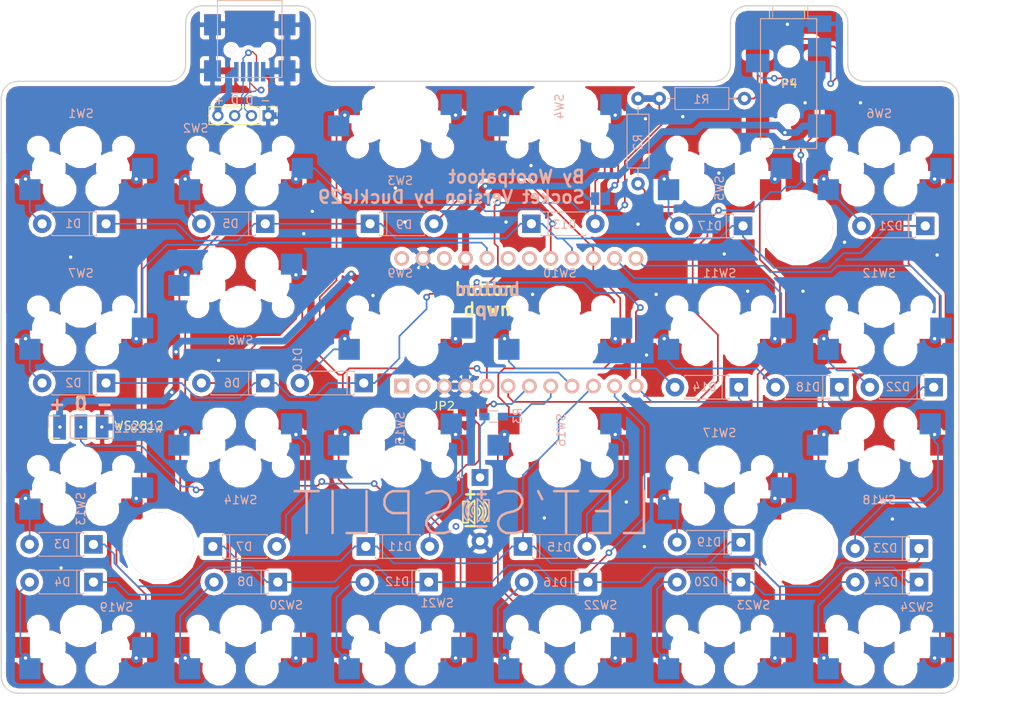
<source format=kicad_pcb>
(kicad_pcb (version 20170919) (host pcbnew "(2017-09-19 revision dddaa7e69)-makepkg")
  (layers (0 F.Cu signal) (31 B.Cu signal) (34 B.Paste user) (35 F.Paste user) (36 B.SilkS user) (37 F.SilkS user) (38 B.Mask user) (39 F.Mask user) (44 Edge.Cuts user))
  (net 0 "")
  (net 1 "Net-(D1-Pad2)")
  (net 2 row0)
  (net 3 "Net-(D2-Pad2)")
  (net 4 row1)
  (net 5 "Net-(D3-Pad2)")
  (net 6 row2)
  (net 7 "Net-(D4-Pad2)")
  (net 8 row3)
  (net 9 "Net-(D5-Pad2)")
  (net 10 "Net-(D6-Pad2)")
  (net 11 "Net-(D7-Pad2)")
  (net 12 "Net-(D8-Pad2)")
  (net 13 "Net-(D9-Pad2)")
  (net 14 "Net-(D10-Pad2)")
  (net 15 "Net-(D11-Pad2)")
  (net 16 "Net-(D12-Pad2)")
  (net 17 "Net-(D13-Pad2)")
  (net 18 "Net-(D14-Pad2)")
  (net 19 "Net-(D15-Pad2)")
  (net 20 "Net-(D16-Pad2)")
  (net 21 "Net-(D17-Pad2)")
  (net 22 "Net-(D18-Pad2)")
  (net 23 "Net-(D19-Pad2)")
  (net 24 "Net-(D20-Pad2)")
  (net 25 "Net-(D21-Pad2)")
  (net 26 "Net-(D22-Pad2)")
  (net 27 "Net-(D23-Pad2)")
  (net 28 "Net-(D24-Pad2)")
  (net 29 GND)
  (net 30 VCC)
  (net 31 col0)
  (net 32 col1)
  (net 33 col2)
  (net 34 col3)
  (net 35 col4)
  (net 36 col5)
  (net 37 SCL/D3)
  (net 38 SDA)
  (net 39 "Net-(JP1-Pad2)")
  (net 40 "Net-(U1-Pad1)")
  (net 41 "Net-(U1-Pad2)")
  (net 42 "Net-(U1-Pad19)")
  (net 43 "Net-(U1-Pad22)")
  (net 44 "Net-(U1-Pad24)")
  (net 45 "Net-(P1-Pad4)")
  (net 46 /D+)
  (net 47 /D-)
  (net 48 "Net-(U1-Pad18)")
  (net 49 "Net-(J1-Pad1)")
  (net 50 "Net-(R3-Pad1)")
  (net 51 "Net-(JP2-Pad1)")
  (net 52 "Net-(JP2-Pad2)")
  (module Buzzers_Beepers:Buzzer_12x9.5RM7.6 (layer B.Cu) (at 138.125 112.268 270)
    (fp_text reference J1 hide)
    (fp_text value Speaker)
    (fp_text user + (at -0.01 2.54 270) (layer B.SilkS) (effects (justify mirror)))
    (pad 2 thru_hole circle (at 7.6 0 270) (size 2 2) (drill 1) (layers *.Cu *.Mask) (net 29 GND))
    (pad 1 thru_hole rect (at 0 0 270) (size 2 2) (drill 1) (layers *.Cu *.Mask) (net 49 "Net-(J1-Pad1)"))
  )
  (module Diodes_ThroughHole:D_DO-41_SOD81_P7.62mm_Horizontal (layer B.Cu) (at 106.25 120.5)
    (fp_text reference D7 (at 3.732 0.023) (layer B.SilkS) (effects (justify mirror)))
    (fp_text value D)
    (pad 1 thru_hole rect (at 0 0) (size 2.2 2.2) (drill 1.1) (layers *.Cu *.Mask) (net 6 row2))
    (pad 2 thru_hole oval (at 7.62 0) (size 2.2 2.2) (drill 1.1) (layers *.Cu *.Mask) (net 11 "Net-(D7-Pad2)"))
  )
  (module plug-in-modules:ArduinoProMicro (layer F.Cu) (at 142.75 93.75)
    (fp_text reference U1 hide)
    (fp_text value ArduinoProMicro hide)
    (pad 1 thru_hole rect (at -13.97 7.62) (size 1.7526 1.7526) (drill 1.0922) (layers *.Cu *.SilkS *.Mask) (net 40 "Net-(U1-Pad1)"))
    (pad 2 thru_hole circle (at -11.43 7.62) (size 1.7526 1.7526) (drill 1.0922) (layers *.Cu *.SilkS *.Mask) (net 41 "Net-(U1-Pad2)"))
    (pad 3 thru_hole circle (at -8.89 7.62) (size 1.7526 1.7526) (drill 1.0922) (layers *.Cu *.SilkS *.Mask) (net 29 GND))
    (pad 4 thru_hole circle (at -6.35 7.62) (size 1.7526 1.7526) (drill 1.0922) (layers *.Cu *.SilkS *.Mask) (net 29 GND))
    (pad 5 thru_hole circle (at -3.81 7.62) (size 1.7526 1.7526) (drill 1.0922) (layers *.Cu *.SilkS *.Mask) (net 38 SDA))
    (pad 6 thru_hole circle (at -1.27 7.62) (size 1.7526 1.7526) (drill 1.0922) (layers *.Cu *.SilkS *.Mask) (net 37 SCL/D3))
    (pad 7 thru_hole circle (at 1.27 7.62) (size 1.7526 1.7526) (drill 1.0922) (layers *.Cu *.SilkS *.Mask) (net 51 "Net-(JP2-Pad1)"))
    (pad 8 thru_hole circle (at 3.81 7.62) (size 1.7526 1.7526) (drill 1.0922) (layers *.Cu *.SilkS *.Mask) (net 50 "Net-(R3-Pad1)"))
    (pad 9 thru_hole circle (at 6.35 7.62) (size 1.7526 1.7526) (drill 1.0922) (layers *.Cu *.SilkS *.Mask) (net 33 col2))
    (pad 10 thru_hole circle (at 8.89 7.62) (size 1.7526 1.7526) (drill 1.0922) (layers *.Cu *.SilkS *.Mask) (net 6 row2))
    (pad 11 thru_hole circle (at 11.43 7.62) (size 1.7526 1.7526) (drill 1.0922) (layers *.Cu *.SilkS *.Mask) (net 8 row3))
    (pad 12 thru_hole circle (at 13.97 7.62) (size 1.7526 1.7526) (drill 1.0922) (layers *.Cu *.SilkS *.Mask) (net 4 row1))
    (pad 13 thru_hole circle (at 13.97 -7.62) (size 1.7526 1.7526) (drill 1.0922) (layers *.Cu *.SilkS *.Mask) (net 36 col5))
    (pad 14 thru_hole circle (at 11.43 -7.62) (size 1.7526 1.7526) (drill 1.0922) (layers *.Cu *.SilkS *.Mask) (net 35 col4))
    (pad 15 thru_hole circle (at 8.89 -7.62) (size 1.7526 1.7526) (drill 1.0922) (layers *.Cu *.SilkS *.Mask) (net 34 col3))
    (pad 16 thru_hole circle (at 6.35 -7.62) (size 1.7526 1.7526) (drill 1.0922) (layers *.Cu *.SilkS *.Mask) (net 2 row0))
    (pad 17 thru_hole circle (at 3.81 -7.62) (size 1.7526 1.7526) (drill 1.0922) (layers *.Cu *.SilkS *.Mask) (net 32 col1))
    (pad 18 thru_hole circle (at 1.27 -7.62) (size 1.7526 1.7526) (drill 1.0922) (layers *.Cu *.SilkS *.Mask) (net 48 "Net-(U1-Pad18)"))
    (pad 19 thru_hole circle (at -1.27 -7.62) (size 1.7526 1.7526) (drill 1.0922) (layers *.Cu *.SilkS *.Mask) (net 42 "Net-(U1-Pad19)"))
    (pad 22 thru_hole circle (at -8.89 -7.62) (size 1.7526 1.7526) (drill 1.0922) (layers *.Cu *.SilkS *.Mask) (net 43 "Net-(U1-Pad22)"))
    (pad 23 thru_hole circle (at -11.43 -7.62) (size 1.7526 1.7526) (drill 1.0922) (layers *.Cu *.SilkS *.Mask) (net 29 GND))
    (pad 24 thru_hole circle (at -13.97 -7.62) (size 1.7526 1.7526) (drill 1.0922) (layers *.Cu *.SilkS *.Mask) (net 44 "Net-(U1-Pad24)"))
    (pad 20 thru_hole circle (at -3.81 -7.62) (size 1.7526 1.7526) (drill 1.0922) (layers *.Cu *.SilkS *.Mask) (net 31 col0))
    (pad 21 thru_hole circle (at -6.35 -7.62) (size 1.7526 1.7526) (drill 1.0922) (layers *.Cu *.SilkS *.Mask) (net 30 VCC))
  )
  (module Connectors:SJ-4351X-SMT (layer F.Cu) (at 174.9425 65.278 270)
    (fp_text reference P4 (at 0 -0.0635) (layer F.SilkS))
    (fp_text value "TRRS jack")
    (pad 2 smd rect (at 5.05 3.7 270) (size 2.8 2.8) (layers F.Cu F.Paste F.Mask) (net 30 VCC))
    (pad 4 smd rect (at -4.35 3.7 270) (size 2.2 2.8) (layers F.Cu F.Paste F.Mask) (net 38 SDA))
    (pad 3 smd rect (at -2.45 -3.7 270) (size 2.2 2.8) (layers F.Cu F.Paste F.Mask) (net 37 SCL/D3))
    (pad 1 smd rect (at -7.15 3.7 270) (size 2 2.8) (layers F.Cu F.Paste F.Mask) (net 29 GND))
  )
  (module CherryMX:Kailh-socket-mirrorable (layer F.Cu) (at 90.5 72.85 180)
    (fp_text reference SW1 (at 0 4 180) (layer B.SilkS) (effects (justify mirror)))
    (fp_text value SW_PUSH)
    (pad 1 thru_hole circle (at -6.604 -3.81) (size 1.2 1.2) (drill 0.4) (layers *.Cu) (net 31 col0))
    (pad 2 thru_hole circle (at 6.604 -3.81) (size 1.2 1.2) (drill 0.4) (layers *.Cu) (net 1 "Net-(D1-Pad2)"))
    (pad "" np_thru_hole circle (at 0 0 180) (size 4 4) (drill 4) (layers *.Cu *.Mask))
    (pad "" np_thru_hole circle (at 5.08 0 180) (size 1.7 1.7) (drill 1.7) (layers *.Cu *.Mask))
    (pad "" np_thru_hole circle (at -3.81 -2.54 180) (size 3 3) (drill 3) (layers *.Cu *.Mask))
    (pad "" np_thru_hole circle (at 2.54 -5.08 180) (size 3 3) (drill 3) (layers *.Cu *.Mask))
    (pad 2 smd rect (at 6.09 -5.08 180) (size 2.55 2.5) (layers B.Cu B.Paste B.Mask) (net 1 "Net-(D1-Pad2)"))
    (pad 1 smd rect (at -7.36 -2.54 180) (size 2.55 2.5) (layers B.Cu B.Paste B.Mask) (net 31 col0))
    (pad 1 smd rect (at -6.09 -5.08) (size 2.55 2.5) (layers F.Cu F.Paste F.Mask) (net 31 col0))
    (pad "" np_thru_hole circle (at -5.08 0) (size 1.7 1.7) (drill 1.7) (layers *.Cu *.Mask))
    (pad "" np_thru_hole circle (at -2.54 -5.08) (size 3 3) (drill 3) (layers *.Cu *.Mask))
    (pad "" np_thru_hole circle (at 3.81 -2.54) (size 3 3) (drill 3) (layers *.Cu *.Mask))
    (pad 2 smd rect (at 7.36 -2.54) (size 2.55 2.5) (layers F.Cu F.Paste F.Mask) (net 1 "Net-(D1-Pad2)"))
  )
  (module CherryMX:Kailh-socket-mirrorable (layer F.Cu) (at 166.7 72.85 180)
    (fp_text reference SW5 (at 0 -4.9 270) (layer B.SilkS) (effects (justify mirror)))
    (fp_text value SW_PUSH)
    (pad 1 thru_hole circle (at -6.604 -3.81) (size 1.2 1.2) (drill 0.4) (layers *.Cu) (net 35 col4))
    (pad 2 thru_hole circle (at 6.604 -3.81) (size 1.2 1.2) (drill 0.4) (layers *.Cu) (net 21 "Net-(D17-Pad2)"))
    (pad "" np_thru_hole circle (at 0 0 180) (size 4 4) (drill 4) (layers *.Cu *.Mask))
    (pad "" np_thru_hole circle (at 5.08 0 180) (size 1.7 1.7) (drill 1.7) (layers *.Cu *.Mask))
    (pad "" np_thru_hole circle (at -3.81 -2.54 180) (size 3 3) (drill 3) (layers *.Cu *.Mask))
    (pad "" np_thru_hole circle (at 2.54 -5.08 180) (size 3 3) (drill 3) (layers *.Cu *.Mask))
    (pad 2 smd rect (at 6.09 -5.08 180) (size 2.55 2.5) (layers B.Cu B.Paste B.Mask) (net 21 "Net-(D17-Pad2)"))
    (pad 1 smd rect (at -7.36 -2.54 180) (size 2.55 2.5) (layers B.Cu B.Paste B.Mask) (net 35 col4))
    (pad 1 smd rect (at -6.09 -5.08) (size 2.55 2.5) (layers F.Cu F.Paste F.Mask) (net 35 col4))
    (pad "" np_thru_hole circle (at -5.08 0) (size 1.7 1.7) (drill 1.7) (layers *.Cu *.Mask))
    (pad "" np_thru_hole circle (at -2.54 -5.08) (size 3 3) (drill 3) (layers *.Cu *.Mask))
    (pad "" np_thru_hole circle (at 3.81 -2.54) (size 3 3) (drill 3) (layers *.Cu *.Mask))
    (pad 2 smd rect (at 7.36 -2.54) (size 2.55 2.5) (layers F.Cu F.Paste F.Mask) (net 21 "Net-(D17-Pad2)"))
  )
  (module CherryMX:Kailh-socket-mirrorable (layer F.Cu) (at 128.6 72.85)
    (fp_text reference SW3 (at 0 4) (layer B.SilkS) (effects (justify mirror)))
    (fp_text value SW_PUSH)
    (pad 1 thru_hole circle (at -6.604 -3.81 180) (size 1.2 1.2) (drill 0.4) (layers *.Cu) (net 33 col2))
    (pad 2 thru_hole circle (at 6.604 -3.81 180) (size 1.2 1.2) (drill 0.4) (layers *.Cu) (net 13 "Net-(D9-Pad2)"))
    (pad "" np_thru_hole circle (at 0 0) (size 4 4) (drill 4) (layers *.Cu *.Mask))
    (pad "" np_thru_hole circle (at 5.08 0) (size 1.7 1.7) (drill 1.7) (layers *.Cu *.Mask))
    (pad "" np_thru_hole circle (at -3.81 -2.54) (size 3 3) (drill 3) (layers *.Cu *.Mask))
    (pad "" np_thru_hole circle (at 2.54 -5.08) (size 3 3) (drill 3) (layers *.Cu *.Mask))
    (pad 2 smd rect (at 6.09 -5.08) (size 2.55 2.5) (layers B.Cu B.Paste B.Mask) (net 13 "Net-(D9-Pad2)"))
    (pad 1 smd rect (at -7.36 -2.54) (size 2.55 2.5) (layers B.Cu B.Paste B.Mask) (net 33 col2))
    (pad 1 smd rect (at -6.09 -5.08 180) (size 2.55 2.5) (layers F.Cu F.Paste F.Mask) (net 33 col2))
    (pad "" np_thru_hole circle (at -5.08 0 180) (size 1.7 1.7) (drill 1.7) (layers *.Cu *.Mask))
    (pad "" np_thru_hole circle (at -2.54 -5.08 180) (size 3 3) (drill 3) (layers *.Cu *.Mask))
    (pad "" np_thru_hole circle (at 3.81 -2.54 180) (size 3 3) (drill 3) (layers *.Cu *.Mask))
    (pad 2 smd rect (at 7.36 -2.54 180) (size 2.55 2.5) (layers F.Cu F.Paste F.Mask) (net 13 "Net-(D9-Pad2)"))
  )
  (module CherryMX:Kailh-socket-mirrorable (layer F.Cu) (at 185.75 91.9 180)
    (fp_text reference SW12 (at 0 4 180) (layer B.SilkS) (effects (justify mirror)))
    (fp_text value SW_PUSH)
    (pad 1 thru_hole circle (at -6.604 -3.81) (size 1.2 1.2) (drill 0.4) (layers *.Cu) (net 36 col5))
    (pad 2 thru_hole circle (at 6.604 -3.81) (size 1.2 1.2) (drill 0.4) (layers *.Cu) (net 26 "Net-(D22-Pad2)"))
    (pad "" np_thru_hole circle (at 0 0 180) (size 4 4) (drill 4) (layers *.Cu *.Mask))
    (pad "" np_thru_hole circle (at 5.08 0 180) (size 1.7 1.7) (drill 1.7) (layers *.Cu *.Mask))
    (pad "" np_thru_hole circle (at -3.81 -2.54 180) (size 3 3) (drill 3) (layers *.Cu *.Mask))
    (pad "" np_thru_hole circle (at 2.54 -5.08 180) (size 3 3) (drill 3) (layers *.Cu *.Mask))
    (pad 2 smd rect (at 6.09 -5.08 180) (size 2.55 2.5) (layers B.Cu B.Paste B.Mask) (net 26 "Net-(D22-Pad2)"))
    (pad 1 smd rect (at -7.36 -2.54 180) (size 2.55 2.5) (layers B.Cu B.Paste B.Mask) (net 36 col5))
    (pad 1 smd rect (at -6.09 -5.08) (size 2.55 2.5) (layers F.Cu F.Paste F.Mask) (net 36 col5))
    (pad "" np_thru_hole circle (at -5.08 0) (size 1.7 1.7) (drill 1.7) (layers *.Cu *.Mask))
    (pad "" np_thru_hole circle (at -2.54 -5.08) (size 3 3) (drill 3) (layers *.Cu *.Mask))
    (pad "" np_thru_hole circle (at 3.81 -2.54) (size 3 3) (drill 3) (layers *.Cu *.Mask))
    (pad 2 smd rect (at 7.36 -2.54) (size 2.55 2.5) (layers F.Cu F.Paste F.Mask) (net 26 "Net-(D22-Pad2)"))
  )
  (module CherryMX:Kailh-socket-mirrorable (layer F.Cu) (at 109.55 72.85 180)
    (fp_text reference SW2 (at 5.35 2.25 180) (layer B.SilkS) (effects (justify mirror)))
    (fp_text value SW_PUSH)
    (pad 1 thru_hole circle (at -6.604 -3.81) (size 1.2 1.2) (drill 0.4) (layers *.Cu) (net 32 col1))
    (pad 2 thru_hole circle (at 6.604 -3.81) (size 1.2 1.2) (drill 0.4) (layers *.Cu) (net 9 "Net-(D5-Pad2)"))
    (pad "" np_thru_hole circle (at 0 0 180) (size 4 4) (drill 4) (layers *.Cu *.Mask))
    (pad "" np_thru_hole circle (at 5.08 0 180) (size 1.7 1.7) (drill 1.7) (layers *.Cu *.Mask))
    (pad "" np_thru_hole circle (at -3.81 -2.54 180) (size 3 3) (drill 3) (layers *.Cu *.Mask))
    (pad "" np_thru_hole circle (at 2.54 -5.08 180) (size 3 3) (drill 3) (layers *.Cu *.Mask))
    (pad 2 smd rect (at 6.09 -5.08 180) (size 2.55 2.5) (layers B.Cu B.Paste B.Mask) (net 9 "Net-(D5-Pad2)"))
    (pad 1 smd rect (at -7.36 -2.54 180) (size 2.55 2.5) (layers B.Cu B.Paste B.Mask) (net 32 col1))
    (pad 1 smd rect (at -6.09 -5.08) (size 2.55 2.5) (layers F.Cu F.Paste F.Mask) (net 32 col1))
    (pad "" np_thru_hole circle (at -5.08 0) (size 1.7 1.7) (drill 1.7) (layers *.Cu *.Mask))
    (pad "" np_thru_hole circle (at -2.54 -5.08) (size 3 3) (drill 3) (layers *.Cu *.Mask))
    (pad "" np_thru_hole circle (at 3.81 -2.54) (size 3 3) (drill 3) (layers *.Cu *.Mask))
    (pad 2 smd rect (at 7.36 -2.54) (size 2.55 2.5) (layers F.Cu F.Paste F.Mask) (net 9 "Net-(D5-Pad2)"))
  )
  (module CherryMX:Kailh-socket-mirrorable (layer F.Cu) (at 147.65 72.85)
    (fp_text reference SW4 (at -0.05 -4.85 90) (layer B.SilkS) (effects (justify mirror)))
    (fp_text value SW_PUSH)
    (pad 1 thru_hole circle (at -6.604 -3.81 180) (size 1.2 1.2) (drill 0.4) (layers *.Cu) (net 34 col3))
    (pad 2 thru_hole circle (at 6.604 -3.81 180) (size 1.2 1.2) (drill 0.4) (layers *.Cu) (net 17 "Net-(D13-Pad2)"))
    (pad "" np_thru_hole circle (at 0 0) (size 4 4) (drill 4) (layers *.Cu *.Mask))
    (pad "" np_thru_hole circle (at 5.08 0) (size 1.7 1.7) (drill 1.7) (layers *.Cu *.Mask))
    (pad "" np_thru_hole circle (at -3.81 -2.54) (size 3 3) (drill 3) (layers *.Cu *.Mask))
    (pad "" np_thru_hole circle (at 2.54 -5.08) (size 3 3) (drill 3) (layers *.Cu *.Mask))
    (pad 2 smd rect (at 6.09 -5.08) (size 2.55 2.5) (layers B.Cu B.Paste B.Mask) (net 17 "Net-(D13-Pad2)"))
    (pad 1 smd rect (at -7.36 -2.54) (size 2.55 2.5) (layers B.Cu B.Paste B.Mask) (net 34 col3))
    (pad 1 smd rect (at -6.09 -5.08 180) (size 2.55 2.5) (layers F.Cu F.Paste F.Mask) (net 34 col3))
    (pad "" np_thru_hole circle (at -5.08 0 180) (size 1.7 1.7) (drill 1.7) (layers *.Cu *.Mask))
    (pad "" np_thru_hole circle (at -2.54 -5.08 180) (size 3 3) (drill 3) (layers *.Cu *.Mask))
    (pad "" np_thru_hole circle (at 3.81 -2.54 180) (size 3 3) (drill 3) (layers *.Cu *.Mask))
    (pad 2 smd rect (at 7.36 -2.54 180) (size 2.55 2.5) (layers F.Cu F.Paste F.Mask) (net 17 "Net-(D13-Pad2)"))
  )
  (module CherryMX:Kailh-socket-mirrorable (layer F.Cu) (at 185.75 72.85 180)
    (fp_text reference SW6 (at 0 4 180) (layer B.SilkS) (effects (justify mirror)))
    (fp_text value SW_PUSH)
    (pad 1 thru_hole circle (at -6.604 -3.81) (size 1.2 1.2) (drill 0.4) (layers *.Cu) (net 36 col5))
    (pad 2 thru_hole circle (at 6.604 -3.81) (size 1.2 1.2) (drill 0.4) (layers *.Cu) (net 25 "Net-(D21-Pad2)"))
    (pad "" np_thru_hole circle (at 0 0 180) (size 4 4) (drill 4) (layers *.Cu *.Mask))
    (pad "" np_thru_hole circle (at 5.08 0 180) (size 1.7 1.7) (drill 1.7) (layers *.Cu *.Mask))
    (pad "" np_thru_hole circle (at -3.81 -2.54 180) (size 3 3) (drill 3) (layers *.Cu *.Mask))
    (pad "" np_thru_hole circle (at 2.54 -5.08 180) (size 3 3) (drill 3) (layers *.Cu *.Mask))
    (pad 2 smd rect (at 6.09 -5.08 180) (size 2.55 2.5) (layers B.Cu B.Paste B.Mask) (net 25 "Net-(D21-Pad2)"))
    (pad 1 smd rect (at -7.36 -2.54 180) (size 2.55 2.5) (layers B.Cu B.Paste B.Mask) (net 36 col5))
    (pad 1 smd rect (at -6.09 -5.08) (size 2.55 2.5) (layers F.Cu F.Paste F.Mask) (net 36 col5))
    (pad "" np_thru_hole circle (at -5.08 0) (size 1.7 1.7) (drill 1.7) (layers *.Cu *.Mask))
    (pad "" np_thru_hole circle (at -2.54 -5.08) (size 3 3) (drill 3) (layers *.Cu *.Mask))
    (pad "" np_thru_hole circle (at 3.81 -2.54) (size 3 3) (drill 3) (layers *.Cu *.Mask))
    (pad 2 smd rect (at 7.36 -2.54) (size 2.55 2.5) (layers F.Cu F.Paste F.Mask) (net 25 "Net-(D21-Pad2)"))
  )
  (module CherryMX:Kailh-socket-mirrorable (layer F.Cu) (at 90.5 91.9 180)
    (fp_text reference SW7 (at 0 4 180) (layer B.SilkS) (effects (justify mirror)))
    (fp_text value SW_PUSH)
    (pad 1 thru_hole circle (at -6.604 -3.81) (size 1.2 1.2) (drill 0.4) (layers *.Cu) (net 31 col0))
    (pad 2 thru_hole circle (at 6.604 -3.81) (size 1.2 1.2) (drill 0.4) (layers *.Cu) (net 3 "Net-(D2-Pad2)"))
    (pad "" np_thru_hole circle (at 0 0 180) (size 4 4) (drill 4) (layers *.Cu *.Mask))
    (pad "" np_thru_hole circle (at 5.08 0 180) (size 1.7 1.7) (drill 1.7) (layers *.Cu *.Mask))
    (pad "" np_thru_hole circle (at -3.81 -2.54 180) (size 3 3) (drill 3) (layers *.Cu *.Mask))
    (pad "" np_thru_hole circle (at 2.54 -5.08 180) (size 3 3) (drill 3) (layers *.Cu *.Mask))
    (pad 2 smd rect (at 6.09 -5.08 180) (size 2.55 2.5) (layers B.Cu B.Paste B.Mask) (net 3 "Net-(D2-Pad2)"))
    (pad 1 smd rect (at -7.36 -2.54 180) (size 2.55 2.5) (layers B.Cu B.Paste B.Mask) (net 31 col0))
    (pad 1 smd rect (at -6.09 -5.08) (size 2.55 2.5) (layers F.Cu F.Paste F.Mask) (net 31 col0))
    (pad "" np_thru_hole circle (at -5.08 0) (size 1.7 1.7) (drill 1.7) (layers *.Cu *.Mask))
    (pad "" np_thru_hole circle (at -2.54 -5.08) (size 3 3) (drill 3) (layers *.Cu *.Mask))
    (pad "" np_thru_hole circle (at 3.81 -2.54) (size 3 3) (drill 3) (layers *.Cu *.Mask))
    (pad 2 smd rect (at 7.36 -2.54) (size 2.55 2.5) (layers F.Cu F.Paste F.Mask) (net 3 "Net-(D2-Pad2)"))
  )
  (module CherryMX:Kailh-socket-mirrorable (layer F.Cu) (at 109.55 91.9)
    (fp_text reference SW8 (at 0 4) (layer B.SilkS) (effects (justify mirror)))
    (fp_text value SW_PUSH)
    (pad 1 thru_hole circle (at -6.604 -3.81 180) (size 1.2 1.2) (drill 0.4) (layers *.Cu) (net 32 col1))
    (pad 2 thru_hole circle (at 6.604 -3.81 180) (size 1.2 1.2) (drill 0.4) (layers *.Cu) (net 10 "Net-(D6-Pad2)"))
    (pad "" np_thru_hole circle (at 0 0) (size 4 4) (drill 4) (layers *.Cu *.Mask))
    (pad "" np_thru_hole circle (at 5.08 0) (size 1.7 1.7) (drill 1.7) (layers *.Cu *.Mask))
    (pad "" np_thru_hole circle (at -3.81 -2.54) (size 3 3) (drill 3) (layers *.Cu *.Mask))
    (pad "" np_thru_hole circle (at 2.54 -5.08) (size 3 3) (drill 3) (layers *.Cu *.Mask))
    (pad 2 smd rect (at 6.09 -5.08) (size 2.55 2.5) (layers B.Cu B.Paste B.Mask) (net 10 "Net-(D6-Pad2)"))
    (pad 1 smd rect (at -7.36 -2.54) (size 2.55 2.5) (layers B.Cu B.Paste B.Mask) (net 32 col1))
    (pad 1 smd rect (at -6.09 -5.08 180) (size 2.55 2.5) (layers F.Cu F.Paste F.Mask) (net 32 col1))
    (pad "" np_thru_hole circle (at -5.08 0 180) (size 1.7 1.7) (drill 1.7) (layers *.Cu *.Mask))
    (pad "" np_thru_hole circle (at -2.54 -5.08 180) (size 3 3) (drill 3) (layers *.Cu *.Mask))
    (pad "" np_thru_hole circle (at 3.81 -2.54 180) (size 3 3) (drill 3) (layers *.Cu *.Mask))
    (pad 2 smd rect (at 7.36 -2.54 180) (size 2.55 2.5) (layers F.Cu F.Paste F.Mask) (net 10 "Net-(D6-Pad2)"))
  )
  (module CherryMX:Kailh-socket-mirrorable (layer F.Cu) (at 128.6 91.9 180)
    (fp_text reference SW9 (at 0 4 180) (layer B.SilkS) (effects (justify mirror)))
    (fp_text value SW_PUSH)
    (pad 1 thru_hole circle (at -6.604 -3.81) (size 1.2 1.2) (drill 0.4) (layers *.Cu) (net 33 col2))
    (pad 2 thru_hole circle (at 6.604 -3.81) (size 1.2 1.2) (drill 0.4) (layers *.Cu) (net 14 "Net-(D10-Pad2)"))
    (pad "" np_thru_hole circle (at 0 0 180) (size 4 4) (drill 4) (layers *.Cu *.Mask))
    (pad "" np_thru_hole circle (at 5.08 0 180) (size 1.7 1.7) (drill 1.7) (layers *.Cu *.Mask))
    (pad "" np_thru_hole circle (at -3.81 -2.54 180) (size 3 3) (drill 3) (layers *.Cu *.Mask))
    (pad "" np_thru_hole circle (at 2.54 -5.08 180) (size 3 3) (drill 3) (layers *.Cu *.Mask))
    (pad 2 smd rect (at 6.09 -5.08 180) (size 2.55 2.5) (layers B.Cu B.Paste B.Mask) (net 14 "Net-(D10-Pad2)"))
    (pad 1 smd rect (at -7.36 -2.54 180) (size 2.55 2.5) (layers B.Cu B.Paste B.Mask) (net 33 col2))
    (pad 1 smd rect (at -6.09 -5.08) (size 2.55 2.5) (layers F.Cu F.Paste F.Mask) (net 33 col2))
    (pad "" np_thru_hole circle (at -5.08 0) (size 1.7 1.7) (drill 1.7) (layers *.Cu *.Mask))
    (pad "" np_thru_hole circle (at -2.54 -5.08) (size 3 3) (drill 3) (layers *.Cu *.Mask))
    (pad "" np_thru_hole circle (at 3.81 -2.54) (size 3 3) (drill 3) (layers *.Cu *.Mask))
    (pad 2 smd rect (at 7.36 -2.54) (size 2.55 2.5) (layers F.Cu F.Paste F.Mask) (net 14 "Net-(D10-Pad2)"))
  )
  (module CherryMX:Kailh-socket-mirrorable (layer F.Cu) (at 147.65 91.9 180)
    (fp_text reference SW10 (at 0 4 180) (layer B.SilkS) (effects (justify mirror)))
    (fp_text value SW_PUSH)
    (pad 1 thru_hole circle (at -6.604 -3.81) (size 1.2 1.2) (drill 0.4) (layers *.Cu) (net 34 col3))
    (pad 2 thru_hole circle (at 6.604 -3.81) (size 1.2 1.2) (drill 0.4) (layers *.Cu) (net 18 "Net-(D14-Pad2)"))
    (pad "" np_thru_hole circle (at 0 0 180) (size 4 4) (drill 4) (layers *.Cu *.Mask))
    (pad "" np_thru_hole circle (at 5.08 0 180) (size 1.7 1.7) (drill 1.7) (layers *.Cu *.Mask))
    (pad "" np_thru_hole circle (at -3.81 -2.54 180) (size 3 3) (drill 3) (layers *.Cu *.Mask))
    (pad "" np_thru_hole circle (at 2.54 -5.08 180) (size 3 3) (drill 3) (layers *.Cu *.Mask))
    (pad 2 smd rect (at 6.09 -5.08 180) (size 2.55 2.5) (layers B.Cu B.Paste B.Mask) (net 18 "Net-(D14-Pad2)"))
    (pad 1 smd rect (at -7.36 -2.54 180) (size 2.55 2.5) (layers B.Cu B.Paste B.Mask) (net 34 col3))
    (pad 1 smd rect (at -6.09 -5.08) (size 2.55 2.5) (layers F.Cu F.Paste F.Mask) (net 34 col3))
    (pad "" np_thru_hole circle (at -5.08 0) (size 1.7 1.7) (drill 1.7) (layers *.Cu *.Mask))
    (pad "" np_thru_hole circle (at -2.54 -5.08) (size 3 3) (drill 3) (layers *.Cu *.Mask))
    (pad "" np_thru_hole circle (at 3.81 -2.54) (size 3 3) (drill 3) (layers *.Cu *.Mask))
    (pad 2 smd rect (at 7.36 -2.54) (size 2.55 2.5) (layers F.Cu F.Paste F.Mask) (net 18 "Net-(D14-Pad2)"))
  )
  (module CherryMX:Kailh-socket-mirrorable (layer F.Cu) (at 166.7 91.9 180)
    (fp_text reference SW11 (at 0 4 180) (layer B.SilkS) (effects (justify mirror)))
    (fp_text value SW_PUSH)
    (pad 1 thru_hole circle (at -6.604 -3.81) (size 1.2 1.2) (drill 0.4) (layers *.Cu) (net 35 col4))
    (pad 2 thru_hole circle (at 6.604 -3.81) (size 1.2 1.2) (drill 0.4) (layers *.Cu) (net 22 "Net-(D18-Pad2)"))
    (pad "" np_thru_hole circle (at 0 0 180) (size 4 4) (drill 4) (layers *.Cu *.Mask))
    (pad "" np_thru_hole circle (at 5.08 0 180) (size 1.7 1.7) (drill 1.7) (layers *.Cu *.Mask))
    (pad "" np_thru_hole circle (at -3.81 -2.54 180) (size 3 3) (drill 3) (layers *.Cu *.Mask))
    (pad "" np_thru_hole circle (at 2.54 -5.08 180) (size 3 3) (drill 3) (layers *.Cu *.Mask))
    (pad 2 smd rect (at 6.09 -5.08 180) (size 2.55 2.5) (layers B.Cu B.Paste B.Mask) (net 22 "Net-(D18-Pad2)"))
    (pad 1 smd rect (at -7.36 -2.54 180) (size 2.55 2.5) (layers B.Cu B.Paste B.Mask) (net 35 col4))
    (pad 1 smd rect (at -6.09 -5.08) (size 2.55 2.5) (layers F.Cu F.Paste F.Mask) (net 35 col4))
    (pad "" np_thru_hole circle (at -5.08 0) (size 1.7 1.7) (drill 1.7) (layers *.Cu *.Mask))
    (pad "" np_thru_hole circle (at -2.54 -5.08) (size 3 3) (drill 3) (layers *.Cu *.Mask))
    (pad "" np_thru_hole circle (at 3.81 -2.54) (size 3 3) (drill 3) (layers *.Cu *.Mask))
    (pad 2 smd rect (at 7.36 -2.54) (size 2.55 2.5) (layers F.Cu F.Paste F.Mask) (net 22 "Net-(D18-Pad2)"))
  )
  (module CherryMX:Kailh-socket-mirrorable (layer F.Cu) (at 90.5 110.95 180)
    (fp_text reference SW13 (at 0 -5.05 270) (layer B.SilkS) (effects (justify mirror)))
    (fp_text value SW_PUSH)
    (pad 1 thru_hole circle (at -6.604 -3.81) (size 1.2 1.2) (drill 0.4) (layers *.Cu) (net 31 col0))
    (pad 2 thru_hole circle (at 6.604 -3.81) (size 1.2 1.2) (drill 0.4) (layers *.Cu) (net 5 "Net-(D3-Pad2)"))
    (pad "" np_thru_hole circle (at 0 0 180) (size 4 4) (drill 4) (layers *.Cu *.Mask))
    (pad "" np_thru_hole circle (at 5.08 0 180) (size 1.7 1.7) (drill 1.7) (layers *.Cu *.Mask))
    (pad "" np_thru_hole circle (at -3.81 -2.54 180) (size 3 3) (drill 3) (layers *.Cu *.Mask))
    (pad "" np_thru_hole circle (at 2.54 -5.08 180) (size 3 3) (drill 3) (layers *.Cu *.Mask))
    (pad 2 smd rect (at 6.09 -5.08 180) (size 2.55 2.5) (layers B.Cu B.Paste B.Mask) (net 5 "Net-(D3-Pad2)"))
    (pad 1 smd rect (at -7.36 -2.54 180) (size 2.55 2.5) (layers B.Cu B.Paste B.Mask) (net 31 col0))
    (pad 1 smd rect (at -6.09 -5.08) (size 2.55 2.5) (layers F.Cu F.Paste F.Mask) (net 31 col0))
    (pad "" np_thru_hole circle (at -5.08 0) (size 1.7 1.7) (drill 1.7) (layers *.Cu *.Mask))
    (pad "" np_thru_hole circle (at -2.54 -5.08) (size 3 3) (drill 3) (layers *.Cu *.Mask))
    (pad "" np_thru_hole circle (at 3.81 -2.54) (size 3 3) (drill 3) (layers *.Cu *.Mask))
    (pad 2 smd rect (at 7.36 -2.54) (size 2.55 2.5) (layers F.Cu F.Paste F.Mask) (net 5 "Net-(D3-Pad2)"))
  )
  (module CherryMX:Kailh-socket-mirrorable (layer F.Cu) (at 109.55 110.95)
    (fp_text reference SW14 (at 0 4) (layer B.SilkS) (effects (justify mirror)))
    (fp_text value SW_PUSH)
    (pad 1 thru_hole circle (at -6.604 -3.81 180) (size 1.2 1.2) (drill 0.4) (layers *.Cu) (net 32 col1))
    (pad 2 thru_hole circle (at 6.604 -3.81 180) (size 1.2 1.2) (drill 0.4) (layers *.Cu) (net 11 "Net-(D7-Pad2)"))
    (pad "" np_thru_hole circle (at 0 0) (size 4 4) (drill 4) (layers *.Cu *.Mask))
    (pad "" np_thru_hole circle (at 5.08 0) (size 1.7 1.7) (drill 1.7) (layers *.Cu *.Mask))
    (pad "" np_thru_hole circle (at -3.81 -2.54) (size 3 3) (drill 3) (layers *.Cu *.Mask))
    (pad "" np_thru_hole circle (at 2.54 -5.08) (size 3 3) (drill 3) (layers *.Cu *.Mask))
    (pad 2 smd rect (at 6.09 -5.08) (size 2.55 2.5) (layers B.Cu B.Paste B.Mask) (net 11 "Net-(D7-Pad2)"))
    (pad 1 smd rect (at -7.36 -2.54) (size 2.55 2.5) (layers B.Cu B.Paste B.Mask) (net 32 col1))
    (pad 1 smd rect (at -6.09 -5.08 180) (size 2.55 2.5) (layers F.Cu F.Paste F.Mask) (net 32 col1))
    (pad "" np_thru_hole circle (at -5.08 0 180) (size 1.7 1.7) (drill 1.7) (layers *.Cu *.Mask))
    (pad "" np_thru_hole circle (at -2.54 -5.08 180) (size 3 3) (drill 3) (layers *.Cu *.Mask))
    (pad "" np_thru_hole circle (at 3.81 -2.54 180) (size 3 3) (drill 3) (layers *.Cu *.Mask))
    (pad 2 smd rect (at 7.36 -2.54 180) (size 2.55 2.5) (layers F.Cu F.Paste F.Mask) (net 11 "Net-(D7-Pad2)"))
  )
  (module CherryMX:Kailh-socket-mirrorable (layer F.Cu) (at 128.6 110.95)
    (fp_text reference SW15 (at 0 -4.55 90) (layer B.SilkS) (effects (justify mirror)))
    (fp_text value SW_PUSH)
    (pad 1 thru_hole circle (at -6.604 -3.81 180) (size 1.2 1.2) (drill 0.4) (layers *.Cu) (net 33 col2))
    (pad 2 thru_hole circle (at 6.604 -3.81 180) (size 1.2 1.2) (drill 0.4) (layers *.Cu) (net 15 "Net-(D11-Pad2)"))
    (pad "" np_thru_hole circle (at 0 0) (size 4 4) (drill 4) (layers *.Cu *.Mask))
    (pad "" np_thru_hole circle (at 5.08 0) (size 1.7 1.7) (drill 1.7) (layers *.Cu *.Mask))
    (pad "" np_thru_hole circle (at -3.81 -2.54) (size 3 3) (drill 3) (layers *.Cu *.Mask))
    (pad "" np_thru_hole circle (at 2.54 -5.08) (size 3 3) (drill 3) (layers *.Cu *.Mask))
    (pad 2 smd rect (at 6.09 -5.08) (size 2.55 2.5) (layers B.Cu B.Paste B.Mask) (net 15 "Net-(D11-Pad2)"))
    (pad 1 smd rect (at -7.36 -2.54) (size 2.55 2.5) (layers B.Cu B.Paste B.Mask) (net 33 col2))
    (pad 1 smd rect (at -6.09 -5.08 180) (size 2.55 2.5) (layers F.Cu F.Paste F.Mask) (net 33 col2))
    (pad "" np_thru_hole circle (at -5.08 0 180) (size 1.7 1.7) (drill 1.7) (layers *.Cu *.Mask))
    (pad "" np_thru_hole circle (at -2.54 -5.08 180) (size 3 3) (drill 3) (layers *.Cu *.Mask))
    (pad "" np_thru_hole circle (at 3.81 -2.54 180) (size 3 3) (drill 3) (layers *.Cu *.Mask))
    (pad 2 smd rect (at 7.36 -2.54 180) (size 2.55 2.5) (layers F.Cu F.Paste F.Mask) (net 15 "Net-(D11-Pad2)"))
  )
  (module CherryMX:Kailh-socket-mirrorable (layer F.Cu) (at 147.65 110.95)
    (fp_text reference SW16 (at 0.15 -4.35 90) (layer B.SilkS) (effects (justify mirror)))
    (fp_text value SW_PUSH)
    (pad 1 thru_hole circle (at -6.604 -3.81 180) (size 1.2 1.2) (drill 0.4) (layers *.Cu) (net 34 col3))
    (pad 2 thru_hole circle (at 6.604 -3.81 180) (size 1.2 1.2) (drill 0.4) (layers *.Cu) (net 19 "Net-(D15-Pad2)"))
    (pad "" np_thru_hole circle (at 0 0) (size 4 4) (drill 4) (layers *.Cu *.Mask))
    (pad "" np_thru_hole circle (at 5.08 0) (size 1.7 1.7) (drill 1.7) (layers *.Cu *.Mask))
    (pad "" np_thru_hole circle (at -3.81 -2.54) (size 3 3) (drill 3) (layers *.Cu *.Mask))
    (pad "" np_thru_hole circle (at 2.54 -5.08) (size 3 3) (drill 3) (layers *.Cu *.Mask))
    (pad 2 smd rect (at 6.09 -5.08) (size 2.55 2.5) (layers B.Cu B.Paste B.Mask) (net 19 "Net-(D15-Pad2)"))
    (pad 1 smd rect (at -7.36 -2.54) (size 2.55 2.5) (layers B.Cu B.Paste B.Mask) (net 34 col3))
    (pad 1 smd rect (at -6.09 -5.08 180) (size 2.55 2.5) (layers F.Cu F.Paste F.Mask) (net 34 col3))
    (pad "" np_thru_hole circle (at -5.08 0 180) (size 1.7 1.7) (drill 1.7) (layers *.Cu *.Mask))
    (pad "" np_thru_hole circle (at -2.54 -5.08 180) (size 3 3) (drill 3) (layers *.Cu *.Mask))
    (pad "" np_thru_hole circle (at 3.81 -2.54 180) (size 3 3) (drill 3) (layers *.Cu *.Mask))
    (pad 2 smd rect (at 7.36 -2.54 180) (size 2.55 2.5) (layers F.Cu F.Paste F.Mask) (net 19 "Net-(D15-Pad2)"))
  )
  (module CherryMX:Kailh-socket-mirrorable (layer F.Cu) (at 166.7 110.95 180)
    (fp_text reference SW17 (at 0 4 180) (layer B.SilkS) (effects (justify mirror)))
    (fp_text value SW_PUSH)
    (pad 1 thru_hole circle (at -6.604 -3.81) (size 1.2 1.2) (drill 0.4) (layers *.Cu) (net 35 col4))
    (pad 2 thru_hole circle (at 6.604 -3.81) (size 1.2 1.2) (drill 0.4) (layers *.Cu) (net 23 "Net-(D19-Pad2)"))
    (pad "" np_thru_hole circle (at 0 0 180) (size 4 4) (drill 4) (layers *.Cu *.Mask))
    (pad "" np_thru_hole circle (at 5.08 0 180) (size 1.7 1.7) (drill 1.7) (layers *.Cu *.Mask))
    (pad "" np_thru_hole circle (at -3.81 -2.54 180) (size 3 3) (drill 3) (layers *.Cu *.Mask))
    (pad "" np_thru_hole circle (at 2.54 -5.08 180) (size 3 3) (drill 3) (layers *.Cu *.Mask))
    (pad 2 smd rect (at 6.09 -5.08 180) (size 2.55 2.5) (layers B.Cu B.Paste B.Mask) (net 23 "Net-(D19-Pad2)"))
    (pad 1 smd rect (at -7.36 -2.54 180) (size 2.55 2.5) (layers B.Cu B.Paste B.Mask) (net 35 col4))
    (pad 1 smd rect (at -6.09 -5.08) (size 2.55 2.5) (layers F.Cu F.Paste F.Mask) (net 35 col4))
    (pad "" np_thru_hole circle (at -5.08 0) (size 1.7 1.7) (drill 1.7) (layers *.Cu *.Mask))
    (pad "" np_thru_hole circle (at -2.54 -5.08) (size 3 3) (drill 3) (layers *.Cu *.Mask))
    (pad "" np_thru_hole circle (at 3.81 -2.54) (size 3 3) (drill 3) (layers *.Cu *.Mask))
    (pad 2 smd rect (at 7.36 -2.54) (size 2.55 2.5) (layers F.Cu F.Paste F.Mask) (net 23 "Net-(D19-Pad2)"))
  )
  (module CherryMX:Kailh-socket-mirrorable (layer F.Cu) (at 185.75 110.95)
    (fp_text reference SW18 (at 0 4) (layer B.SilkS) (effects (justify mirror)))
    (fp_text value SW_PUSH)
    (pad 1 thru_hole circle (at -6.604 -3.81 180) (size 1.2 1.2) (drill 0.4) (layers *.Cu) (net 36 col5))
    (pad 2 thru_hole circle (at 6.604 -3.81 180) (size 1.2 1.2) (drill 0.4) (layers *.Cu) (net 27 "Net-(D23-Pad2)"))
    (pad "" np_thru_hole circle (at 0 0) (size 4 4) (drill 4) (layers *.Cu *.Mask))
    (pad "" np_thru_hole circle (at 5.08 0) (size 1.7 1.7) (drill 1.7) (layers *.Cu *.Mask))
    (pad "" np_thru_hole circle (at -3.81 -2.54) (size 3 3) (drill 3) (layers *.Cu *.Mask))
    (pad "" np_thru_hole circle (at 2.54 -5.08) (size 3 3) (drill 3) (layers *.Cu *.Mask))
    (pad 2 smd rect (at 6.09 -5.08) (size 2.55 2.5) (layers B.Cu B.Paste B.Mask) (net 27 "Net-(D23-Pad2)"))
    (pad 1 smd rect (at -7.36 -2.54) (size 2.55 2.5) (layers B.Cu B.Paste B.Mask) (net 36 col5))
    (pad 1 smd rect (at -6.09 -5.08 180) (size 2.55 2.5) (layers F.Cu F.Paste F.Mask) (net 36 col5))
    (pad "" np_thru_hole circle (at -5.08 0 180) (size 1.7 1.7) (drill 1.7) (layers *.Cu *.Mask))
    (pad "" np_thru_hole circle (at -2.54 -5.08 180) (size 3 3) (drill 3) (layers *.Cu *.Mask))
    (pad "" np_thru_hole circle (at 3.81 -2.54 180) (size 3 3) (drill 3) (layers *.Cu *.Mask))
    (pad 2 smd rect (at 7.36 -2.54 180) (size 2.55 2.5) (layers F.Cu F.Paste F.Mask) (net 27 "Net-(D23-Pad2)"))
  )
  (module CherryMX:Kailh-socket-mirrorable (layer F.Cu) (at 90.5 130 180)
    (fp_text reference SW19 (at -4.25 2.25 180) (layer B.SilkS) (effects (justify mirror)))
    (fp_text value SW_PUSH)
    (pad 1 thru_hole circle (at -6.604 -3.81) (size 1.2 1.2) (drill 0.4) (layers *.Cu) (net 31 col0))
    (pad 2 thru_hole circle (at 6.604 -3.81) (size 1.2 1.2) (drill 0.4) (layers *.Cu) (net 7 "Net-(D4-Pad2)"))
    (pad "" np_thru_hole circle (at 0 0 180) (size 4 4) (drill 4) (layers *.Cu *.Mask))
    (pad "" np_thru_hole circle (at 5.08 0 180) (size 1.7 1.7) (drill 1.7) (layers *.Cu *.Mask))
    (pad "" np_thru_hole circle (at -3.81 -2.54 180) (size 3 3) (drill 3) (layers *.Cu *.Mask))
    (pad "" np_thru_hole circle (at 2.54 -5.08 180) (size 3 3) (drill 3) (layers *.Cu *.Mask))
    (pad 2 smd rect (at 6.09 -5.08 180) (size 2.55 2.5) (layers B.Cu B.Paste B.Mask) (net 7 "Net-(D4-Pad2)"))
    (pad 1 smd rect (at -7.36 -2.54 180) (size 2.55 2.5) (layers B.Cu B.Paste B.Mask) (net 31 col0))
    (pad 1 smd rect (at -6.09 -5.08) (size 2.55 2.5) (layers F.Cu F.Paste F.Mask) (net 31 col0))
    (pad "" np_thru_hole circle (at -5.08 0) (size 1.7 1.7) (drill 1.7) (layers *.Cu *.Mask))
    (pad "" np_thru_hole circle (at -2.54 -5.08) (size 3 3) (drill 3) (layers *.Cu *.Mask))
    (pad "" np_thru_hole circle (at 3.81 -2.54) (size 3 3) (drill 3) (layers *.Cu *.Mask))
    (pad 2 smd rect (at 7.36 -2.54) (size 2.55 2.5) (layers F.Cu F.Paste F.Mask) (net 7 "Net-(D4-Pad2)"))
  )
  (module CherryMX:Kailh-socket-mirrorable (layer F.Cu) (at 109.55 130 180)
    (fp_text reference SW20 (at -5.45 2.5 180) (layer B.SilkS) (effects (justify mirror)))
    (fp_text value SW_PUSH)
    (pad 1 thru_hole circle (at -6.604 -3.81) (size 1.2 1.2) (drill 0.4) (layers *.Cu) (net 32 col1))
    (pad 2 thru_hole circle (at 6.604 -3.81) (size 1.2 1.2) (drill 0.4) (layers *.Cu) (net 12 "Net-(D8-Pad2)"))
    (pad "" np_thru_hole circle (at 0 0 180) (size 4 4) (drill 4) (layers *.Cu *.Mask))
    (pad "" np_thru_hole circle (at 5.08 0 180) (size 1.7 1.7) (drill 1.7) (layers *.Cu *.Mask))
    (pad "" np_thru_hole circle (at -3.81 -2.54 180) (size 3 3) (drill 3) (layers *.Cu *.Mask))
    (pad "" np_thru_hole circle (at 2.54 -5.08 180) (size 3 3) (drill 3) (layers *.Cu *.Mask))
    (pad 2 smd rect (at 6.09 -5.08 180) (size 2.55 2.5) (layers B.Cu B.Paste B.Mask) (net 12 "Net-(D8-Pad2)"))
    (pad 1 smd rect (at -7.36 -2.54 180) (size 2.55 2.5) (layers B.Cu B.Paste B.Mask) (net 32 col1))
    (pad 1 smd rect (at -6.09 -5.08) (size 2.55 2.5) (layers F.Cu F.Paste F.Mask) (net 32 col1))
    (pad "" np_thru_hole circle (at -5.08 0) (size 1.7 1.7) (drill 1.7) (layers *.Cu *.Mask))
    (pad "" np_thru_hole circle (at -2.54 -5.08) (size 3 3) (drill 3) (layers *.Cu *.Mask))
    (pad "" np_thru_hole circle (at 3.81 -2.54) (size 3 3) (drill 3) (layers *.Cu *.Mask))
    (pad 2 smd rect (at 7.36 -2.54) (size 2.55 2.5) (layers F.Cu F.Paste F.Mask) (net 12 "Net-(D8-Pad2)"))
  )
  (module CherryMX:Kailh-socket-mirrorable (layer F.Cu) (at 128.6 130 180)
    (fp_text reference SW21 (at -4.4 2.75 180) (layer B.SilkS) (effects (justify mirror)))
    (fp_text value SW_PUSH)
    (pad 1 thru_hole circle (at -6.604 -3.81) (size 1.2 1.2) (drill 0.4) (layers *.Cu) (net 33 col2))
    (pad 2 thru_hole circle (at 6.604 -3.81) (size 1.2 1.2) (drill 0.4) (layers *.Cu) (net 16 "Net-(D12-Pad2)"))
    (pad "" np_thru_hole circle (at 0 0 180) (size 4 4) (drill 4) (layers *.Cu *.Mask))
    (pad "" np_thru_hole circle (at 5.08 0 180) (size 1.7 1.7) (drill 1.7) (layers *.Cu *.Mask))
    (pad "" np_thru_hole circle (at -3.81 -2.54 180) (size 3 3) (drill 3) (layers *.Cu *.Mask))
    (pad "" np_thru_hole circle (at 2.54 -5.08 180) (size 3 3) (drill 3) (layers *.Cu *.Mask))
    (pad 2 smd rect (at 6.09 -5.08 180) (size 2.55 2.5) (layers B.Cu B.Paste B.Mask) (net 16 "Net-(D12-Pad2)"))
    (pad 1 smd rect (at -7.36 -2.54 180) (size 2.55 2.5) (layers B.Cu B.Paste B.Mask) (net 33 col2))
    (pad 1 smd rect (at -6.09 -5.08) (size 2.55 2.5) (layers F.Cu F.Paste F.Mask) (net 33 col2))
    (pad "" np_thru_hole circle (at -5.08 0) (size 1.7 1.7) (drill 1.7) (layers *.Cu *.Mask))
    (pad "" np_thru_hole circle (at -2.54 -5.08) (size 3 3) (drill 3) (layers *.Cu *.Mask))
    (pad "" np_thru_hole circle (at 3.81 -2.54) (size 3 3) (drill 3) (layers *.Cu *.Mask))
    (pad 2 smd rect (at 7.36 -2.54) (size 2.55 2.5) (layers F.Cu F.Paste F.Mask) (net 16 "Net-(D12-Pad2)"))
  )
  (module CherryMX:Kailh-socket-mirrorable (layer F.Cu) (at 147.65 130 180)
    (fp_text reference SW22 (at -4.85 2.5 180) (layer B.SilkS) (effects (justify mirror)))
    (fp_text value SW_PUSH)
    (pad 1 thru_hole circle (at -6.604 -3.81) (size 1.2 1.2) (drill 0.4) (layers *.Cu) (net 34 col3))
    (pad 2 thru_hole circle (at 6.604 -3.81) (size 1.2 1.2) (drill 0.4) (layers *.Cu) (net 20 "Net-(D16-Pad2)"))
    (pad "" np_thru_hole circle (at 0 0 180) (size 4 4) (drill 4) (layers *.Cu *.Mask))
    (pad "" np_thru_hole circle (at 5.08 0 180) (size 1.7 1.7) (drill 1.7) (layers *.Cu *.Mask))
    (pad "" np_thru_hole circle (at -3.81 -2.54 180) (size 3 3) (drill 3) (layers *.Cu *.Mask))
    (pad "" np_thru_hole circle (at 2.54 -5.08 180) (size 3 3) (drill 3) (layers *.Cu *.Mask))
    (pad 2 smd rect (at 6.09 -5.08 180) (size 2.55 2.5) (layers B.Cu B.Paste B.Mask) (net 20 "Net-(D16-Pad2)"))
    (pad 1 smd rect (at -7.36 -2.54 180) (size 2.55 2.5) (layers B.Cu B.Paste B.Mask) (net 34 col3))
    (pad 1 smd rect (at -6.09 -5.08) (size 2.55 2.5) (layers F.Cu F.Paste F.Mask) (net 34 col3))
    (pad "" np_thru_hole circle (at -5.08 0) (size 1.7 1.7) (drill 1.7) (layers *.Cu *.Mask))
    (pad "" np_thru_hole circle (at -2.54 -5.08) (size 3 3) (drill 3) (layers *.Cu *.Mask))
    (pad "" np_thru_hole circle (at 3.81 -2.54) (size 3 3) (drill 3) (layers *.Cu *.Mask))
    (pad 2 smd rect (at 7.36 -2.54) (size 2.55 2.5) (layers F.Cu F.Paste F.Mask) (net 20 "Net-(D16-Pad2)"))
  )
  (module CherryMX:Kailh-socket-mirrorable (layer F.Cu) (at 166.7 130 180)
    (fp_text reference SW23 (at -4.05 2.5 180) (layer B.SilkS) (effects (justify mirror)))
    (fp_text value SW_PUSH)
    (pad 1 thru_hole circle (at -6.604 -3.81) (size 1.2 1.2) (drill 0.4) (layers *.Cu) (net 35 col4))
    (pad 2 thru_hole circle (at 6.604 -3.81) (size 1.2 1.2) (drill 0.4) (layers *.Cu) (net 24 "Net-(D20-Pad2)"))
    (pad "" np_thru_hole circle (at 0 0 180) (size 4 4) (drill 4) (layers *.Cu *.Mask))
    (pad "" np_thru_hole circle (at 5.08 0 180) (size 1.7 1.7) (drill 1.7) (layers *.Cu *.Mask))
    (pad "" np_thru_hole circle (at -3.81 -2.54 180) (size 3 3) (drill 3) (layers *.Cu *.Mask))
    (pad "" np_thru_hole circle (at 2.54 -5.08 180) (size 3 3) (drill 3) (layers *.Cu *.Mask))
    (pad 2 smd rect (at 6.09 -5.08 180) (size 2.55 2.5) (layers B.Cu B.Paste B.Mask) (net 24 "Net-(D20-Pad2)"))
    (pad 1 smd rect (at -7.36 -2.54 180) (size 2.55 2.5) (layers B.Cu B.Paste B.Mask) (net 35 col4))
    (pad 1 smd rect (at -6.09 -5.08) (size 2.55 2.5) (layers F.Cu F.Paste F.Mask) (net 35 col4))
    (pad "" np_thru_hole circle (at -5.08 0) (size 1.7 1.7) (drill 1.7) (layers *.Cu *.Mask))
    (pad "" np_thru_hole circle (at -2.54 -5.08) (size 3 3) (drill 3) (layers *.Cu *.Mask))
    (pad "" np_thru_hole circle (at 3.81 -2.54) (size 3 3) (drill 3) (layers *.Cu *.Mask))
    (pad 2 smd rect (at 7.36 -2.54) (size 2.55 2.5) (layers F.Cu F.Paste F.Mask) (net 24 "Net-(D20-Pad2)"))
  )
  (module CherryMX:Kailh-socket-mirrorable (layer F.Cu) (at 185.75 130 180)
    (fp_text reference SW24 (at -4.5 2.25 180) (layer B.SilkS) (effects (justify mirror)))
    (fp_text value SW_PUSH)
    (pad 1 thru_hole circle (at -6.604 -3.81) (size 1.2 1.2) (drill 0.4) (layers *.Cu) (net 36 col5))
    (pad 2 thru_hole circle (at 6.604 -3.81) (size 1.2 1.2) (drill 0.4) (layers *.Cu) (net 28 "Net-(D24-Pad2)"))
    (pad "" np_thru_hole circle (at 0 0 180) (size 4 4) (drill 4) (layers *.Cu *.Mask))
    (pad "" np_thru_hole circle (at 5.08 0 180) (size 1.7 1.7) (drill 1.7) (layers *.Cu *.Mask))
    (pad "" np_thru_hole circle (at -3.81 -2.54 180) (size 3 3) (drill 3) (layers *.Cu *.Mask))
    (pad "" np_thru_hole circle (at 2.54 -5.08 180) (size 3 3) (drill 3) (layers *.Cu *.Mask))
    (pad 2 smd rect (at 6.09 -5.08 180) (size 2.55 2.5) (layers B.Cu B.Paste B.Mask) (net 28 "Net-(D24-Pad2)"))
    (pad 1 smd rect (at -7.36 -2.54 180) (size 2.55 2.5) (layers B.Cu B.Paste B.Mask) (net 36 col5))
    (pad 1 smd rect (at -6.09 -5.08) (size 2.55 2.5) (layers F.Cu F.Paste F.Mask) (net 36 col5))
    (pad "" np_thru_hole circle (at -5.08 0) (size 1.7 1.7) (drill 1.7) (layers *.Cu *.Mask))
    (pad "" np_thru_hole circle (at -2.54 -5.08) (size 3 3) (drill 3) (layers *.Cu *.Mask))
    (pad "" np_thru_hole circle (at 3.81 -2.54) (size 3 3) (drill 3) (layers *.Cu *.Mask))
    (pad 2 smd rect (at 7.36 -2.54) (size 2.55 2.5) (layers F.Cu F.Paste F.Mask) (net 28 "Net-(D24-Pad2)"))
  )
  (module Connectors:SJ-4351X-SMT (layer B.Cu) (at 174.9425 65.278 270)
    (fp_text reference P4 (at 0 -0.0635) (layer B.SilkS) (effects (justify mirror)))
    (fp_text value "TRRS jack")
    (pad 1 smd rect (at -7.15 -3.7 270) (size 2 2.8) (layers B.Cu B.Paste B.Mask) (net 29 GND))
    (pad 3 smd rect (at -2.45 3.7 270) (size 2.2 2.8) (layers B.Cu B.Paste B.Mask) (net 37 SCL/D3))
    (pad 4 smd rect (at -4.35 -3.7 270) (size 2.2 2.8) (layers B.Cu B.Paste B.Mask) (net 38 SDA))
    (pad 2 smd rect (at 5.05 -3.7 270) (size 2.8 2.8) (layers B.Cu B.Paste B.Mask) (net 30 VCC))
    (pad "" np_thru_hole circle (at 3.75 0 180) (size 1.7 1.7) (drill 1.7) (layers *.Cu *.Mask B.SilkS))
    (pad "" np_thru_hole circle (at -3.25 0 180) (size 1.7 1.7) (drill 1.7) (layers *.Cu *.Mask B.SilkS))
  )
  (module Connectors:USB-Mini-B-SMD (layer B.Cu) (at 110.65 59.95)
    (fp_text reference P2 hide)
    (fp_text value USB_OTG)
    (pad 6 smd rect (at -4.45 3.8) (size 2 2.5) (layers B.Cu B.Paste B.Mask) (net 29 GND))
    (pad 6 smd rect (at 4.45 3.8) (size 2 2.5) (layers B.Cu B.Paste B.Mask) (net 29 GND))
    (pad 6 smd rect (at 4.45 -1.7) (size 2 2.5) (layers B.Cu B.Paste B.Mask) (net 29 GND))
    (pad 6 smd rect (at -4.45 -1.7) (size 2 2.5) (layers B.Cu B.Paste B.Mask) (net 29 GND))
    (pad 1 smd rect (at -1.6 3.9) (size 0.5 2.3) (layers B.Cu B.Paste B.Mask) (net 45 "Net-(P1-Pad4)"))
    (pad 2 smd rect (at -0.8 3.9) (size 0.5 2.3) (layers B.Cu B.Paste B.Mask) (net 47 /D-))
    (pad 3 smd rect (at 0 3.9) (size 0.5 2.3) (layers B.Cu B.Paste B.Mask) (net 46 /D+))
    (pad 4 smd rect (at 0.8 3.9) (size 0.5 2.3) (layers B.Cu B.Paste B.Mask))
    (pad 5 smd rect (at 1.6 3.9) (size 0.5 2.3) (layers B.Cu B.Paste B.Mask) (net 29 GND))
    (pad 7 thru_hole circle (at -2.2 1.3) (size 0.9 0.9) (drill 0.9) (layers *.Cu *.Mask B.SilkS))
    (pad 7 thru_hole circle (at 2.2 1.3) (size 0.9 0.9) (drill 0.9) (layers *.Cu *.Mask B.SilkS))
  )
  (module Wirepads:SMD_PAD_1x03_Pitch2.54mm (layer B.Cu) (at 87.96 106.25 270)
    (fp_text reference P3 hide)
    (fp_text value WS2812 (at 0.15 -9.44 180) (layer B.SilkS) (effects (justify mirror)))
    (pad 1 smd rect (at 0 0 270) (size 3 1.5) (layers B.Cu B.Paste B.Mask) (net 30 VCC))
    (pad 2 smd rect (at 0 -2.54 270) (size 3 1.5) (layers B.Cu B.Paste B.Mask) (net 52 "Net-(JP2-Pad2)"))
    (pad 3 smd rect (at 0 -5.08 270) (size 3 1.5) (layers B.Cu B.Paste B.Mask) (net 29 GND))
  )
  (module Jumpers:Solder-jumper-12NC-23NO (layer F.Cu) (at 137.885 104.25 180)
    (fp_text reference JP2 (at 4.135 0.5 180) (layer F.SilkS))
    (fp_text value DIN-selector)
    (pad 1 smd rect (at -0.635 0 180) (size 1 1.5) (layers F.Cu F.Paste F.Mask) (net 51 "Net-(JP2-Pad1)"))
    (pad 2 smd rect (at 0.635 0 180) (size 1 1.5) (layers F.Cu F.Paste F.Mask) (net 52 "Net-(JP2-Pad2)"))
    (pad 3 smd rect (at 1.905 0 180) (size 1 1.5) (layers F.Cu F.Paste F.Mask) (net 38 SDA))
  )
  (module Connectors:USB-Mini-B-SMD (layer F.Cu) (at 110.65 59.95 180)
    (fp_text reference P2 hide)
    (fp_text value USB_OTG)
    (pad 5 smd rect (at 1.6 -3.9 180) (size 0.5 2.3) (layers F.Cu F.Paste F.Mask) (net 29 GND))
    (pad 4 smd rect (at 0.8 -3.9 180) (size 0.5 2.3) (layers F.Cu F.Paste F.Mask))
    (pad 3 smd rect (at 0 -3.9 180) (size 0.5 2.3) (layers F.Cu F.Paste F.Mask) (net 46 /D+))
    (pad 2 smd rect (at -0.8 -3.9 180) (size 0.5 2.3) (layers F.Cu F.Paste F.Mask) (net 47 /D-))
    (pad 1 smd rect (at -1.6 -3.9 180) (size 0.5 2.3) (layers F.Cu F.Paste F.Mask) (net 45 "Net-(P1-Pad4)"))
    (pad 6 smd rect (at -4.45 1.7 180) (size 2 2.5) (layers F.Cu F.Paste F.Mask) (net 29 GND))
    (pad 6 smd rect (at 4.45 1.7 180) (size 2 2.5) (layers F.Cu F.Paste F.Mask) (net 29 GND))
    (pad 6 smd rect (at 4.45 -3.8 180) (size 2 2.5) (layers F.Cu F.Paste F.Mask) (net 29 GND))
    (pad 6 smd rect (at -4.45 -3.8 180) (size 2 2.5) (layers F.Cu F.Paste F.Mask) (net 29 GND))
  )
  (module Wirepads:SMD_PAD_1x03_Pitch2.54mm (layer F.Cu) (at 87.96 106.25 90)
    (fp_text reference P3 hide)
    (fp_text value WS2812 (at 0.15 9.44 180) (layer F.SilkS))
    (pad 3 smd rect (at 0 5.08 90) (size 3 1.5) (layers F.Cu F.Paste F.Mask) (net 29 GND))
    (pad 2 smd rect (at 0 2.54 90) (size 3 1.5) (layers F.Cu F.Paste F.Mask) (net 52 "Net-(JP2-Pad2)"))
    (pad 1 smd rect (at 0 0 90) (size 3 1.5) (layers F.Cu F.Paste F.Mask) (net 30 VCC))
  )
  (module Pin_Headers:Pin_Header_Straight_1x04_Pitch2.00mm (layer F.Cu) (at 112.85 69.1 270)
    (fp_text reference P1 hide)
    (fp_text value USB-rewire)
    (pad 4 thru_hole oval (at 0 6 270) (size 1.35 1.35) (drill 0.8) (layers *.Cu *.Mask) (net 45 "Net-(P1-Pad4)"))
    (pad 3 thru_hole oval (at 0 4 270) (size 1.35 1.35) (drill 0.8) (layers *.Cu *.Mask) (net 47 /D-))
    (pad 2 thru_hole oval (at 0 2 270) (size 1.35 1.35) (drill 0.8) (layers *.Cu *.Mask) (net 46 /D+))
    (pad 1 thru_hole rect (at 0 0 270) (size 1.35 1.35) (drill 0.8) (layers *.Cu *.Mask) (net 29 GND))
  )
  (module Jumpers:Solder-jumper-NO (layer B.Cu) (at 152.5 79)
    (fp_text reference JP1 hide)
    (fp_text value "I2C / Serial")
    (pad 2 smd rect (at 0.635 0) (size 1 1.5) (layers B.Cu B.Paste B.Mask) (net 39 "Net-(JP1-Pad2)"))
    (pad 1 smd rect (at -0.635 0) (size 1 1.5) (layers B.Cu B.Paste B.Mask) (net 30 VCC))
  )
  (module Connect:1pin (layer F.Cu) (at 99.991 120.488)
    (fp_text reference REF** hide)
    (fp_text value 1pin)
    (pad 1 thru_hole circle (at 0 0) (size 8 8) (drill 8) (layers *.Cu *.Mask F.SilkS))
  )
  (module Connect:1pin (layer F.Cu) (at 176.35 120.55)
    (fp_text reference REF** hide)
    (fp_text value 1pin)
    (pad 1 thru_hole circle (at 0 0) (size 8 8) (drill 8) (layers *.Cu *.Mask F.SilkS))
  )
  (module Connect:1pin (layer F.Cu) (at 176.2 82.45)
    (fp_text reference REF** hide)
    (fp_text value 1pin)
    (pad 1 thru_hole circle (at 0 0) (size 8 8) (drill 8) (layers *.Cu *.Mask F.SilkS))
  )
  (module Resistors_ThroughHole:R_Axial_DIN0207_L6.3mm_D2.5mm_P10.16mm_Horizontal (layer B.Cu) (at 156.972 67.056 270)
    (fp_text reference R2 (at 5.2158 0.0096 270) (layer B.SilkS) (effects (justify mirror)))
    (fp_text value 4k7)
    (pad 1 thru_hole circle (at 0 0 270) (size 1.6 1.6) (drill 0.8) (layers *.Cu *.Mask) (net 39 "Net-(JP1-Pad2)"))
    (pad 2 thru_hole oval (at 10.16 0 270) (size 1.6 1.6) (drill 0.8) (layers *.Cu *.Mask) (net 37 SCL/D3))
  )
  (module Resistors_ThroughHole:R_Axial_DIN0207_L6.3mm_D2.5mm_P10.16mm_Horizontal (layer B.Cu) (at 159.512 67.056)
    (fp_text reference R1 (at 5.0204 0.092) (layer B.SilkS) (effects (justify mirror)))
    (fp_text value 4k7)
    (pad 2 thru_hole oval (at 10.16 0) (size 1.6 1.6) (drill 0.8) (layers *.Cu *.Mask) (net 38 SDA))
    (pad 1 thru_hole circle (at 0 0) (size 1.6 1.6) (drill 0.8) (layers *.Cu *.Mask) (net 39 "Net-(JP1-Pad2)"))
  )
  (module Diodes_ThroughHole:D_DO-41_SOD81_P7.62mm_Horizontal (layer B.Cu) (at 132 124.75 180)
    (fp_text reference D12 (at 3.7592 0.0508 180) (layer B.SilkS) (effects (justify mirror)))
    (fp_text value D)
    (pad 1 thru_hole rect (at 0 0 180) (size 2.2 2.2) (drill 1.1) (layers *.Cu *.Mask) (net 8 row3))
    (pad 2 thru_hole oval (at 7.62 0 180) (size 2.2 2.2) (drill 1.1) (layers *.Cu *.Mask) (net 16 "Net-(D12-Pad2)"))
  )
  (module Diodes_ThroughHole:D_DO-41_SOD81_P7.62mm_Horizontal (layer B.Cu) (at 181 101.5 180)
    (fp_text reference D18 (at 3.7465 0.0254 180) (layer B.SilkS) (effects (justify mirror)))
    (fp_text value D)
    (pad 1 thru_hole rect (at 0 0 180) (size 2.2 2.2) (drill 1.1) (layers *.Cu *.Mask) (net 4 row1))
    (pad 2 thru_hole oval (at 7.62 0 180) (size 2.2 2.2) (drill 1.1) (layers *.Cu *.Mask) (net 22 "Net-(D18-Pad2)"))
  )
  (module Diodes_ThroughHole:D_DO-41_SOD81_P7.62mm_Horizontal (layer B.Cu) (at 125 82)
    (fp_text reference D9 (at 4.064 0.1016) (layer B.SilkS) (effects (justify mirror)))
    (fp_text value D)
    (pad 1 thru_hole rect (at 0 0) (size 2.2 2.2) (drill 1.1) (layers *.Cu *.Mask) (net 2 row0))
    (pad 2 thru_hole oval (at 7.62 0) (size 2.2 2.2) (drill 1.1) (layers *.Cu *.Mask) (net 13 "Net-(D9-Pad2)"))
  )
  (module Diodes_ThroughHole:D_DO-41_SOD81_P7.62mm_Horizontal (layer B.Cu) (at 144.25 82)
    (fp_text reference D13 (at 3.937 0.1016) (layer B.SilkS) (effects (justify mirror)))
    (fp_text value D)
    (pad 1 thru_hole rect (at 0 0) (size 2.2 2.2) (drill 1.1) (layers *.Cu *.Mask) (net 2 row0))
    (pad 2 thru_hole oval (at 7.62 0) (size 2.2 2.2) (drill 1.1) (layers *.Cu *.Mask) (net 17 "Net-(D13-Pad2)"))
  )
  (module Diodes_ThroughHole:D_DO-41_SOD81_P7.62mm_Horizontal (layer B.Cu) (at 93.5 82 180)
    (fp_text reference D1 (at 3.9243 0.0127 180) (layer B.SilkS) (effects (justify mirror)))
    (fp_text value D)
    (pad 1 thru_hole rect (at 0 0 180) (size 2.2 2.2) (drill 1.1) (layers *.Cu *.Mask) (net 2 row0))
    (pad 2 thru_hole oval (at 7.62 0 180) (size 2.2 2.2) (drill 1.1) (layers *.Cu *.Mask) (net 1 "Net-(D1-Pad2)"))
  )
  (module Diodes_ThroughHole:D_DO-41_SOD81_P7.62mm_Horizontal (layer B.Cu) (at 93.5 101 180)
    (fp_text reference D2 (at 3.8862 0.0127 180) (layer B.SilkS) (effects (justify mirror)))
    (fp_text value D)
    (pad 1 thru_hole rect (at 0 0 180) (size 2.2 2.2) (drill 1.1) (layers *.Cu *.Mask) (net 4 row1))
    (pad 2 thru_hole oval (at 7.62 0 180) (size 2.2 2.2) (drill 1.1) (layers *.Cu *.Mask) (net 3 "Net-(D2-Pad2)"))
  )
  (module Diodes_ThroughHole:D_DO-41_SOD81_P7.62mm_Horizontal (layer B.Cu) (at 92 120.25 180)
    (fp_text reference D3 (at 3.7465 0.0254 180) (layer B.SilkS) (effects (justify mirror)))
    (fp_text value D)
    (pad 1 thru_hole rect (at 0 0 180) (size 2.2 2.2) (drill 1.1) (layers *.Cu *.Mask) (net 6 row2))
    (pad 2 thru_hole oval (at 7.62 0 180) (size 2.2 2.2) (drill 1.1) (layers *.Cu *.Mask) (net 5 "Net-(D3-Pad2)"))
  )
  (module Diodes_ThroughHole:D_DO-41_SOD81_P7.62mm_Horizontal (layer B.Cu) (at 92 124.75 180)
    (fp_text reference D4 (at 3.7084 0 180) (layer B.SilkS) (effects (justify mirror)))
    (fp_text value D)
    (pad 1 thru_hole rect (at 0 0 180) (size 2.2 2.2) (drill 1.1) (layers *.Cu *.Mask) (net 8 row3))
    (pad 2 thru_hole oval (at 7.62 0 180) (size 2.2 2.2) (drill 1.1) (layers *.Cu *.Mask) (net 7 "Net-(D4-Pad2)"))
  )
  (module Diodes_ThroughHole:D_DO-41_SOD81_P7.62mm_Horizontal (layer B.Cu) (at 112.5 82 180)
    (fp_text reference D5 (at 4.1402 0.0127 180) (layer B.SilkS) (effects (justify mirror)))
    (fp_text value D)
    (pad 1 thru_hole rect (at 0 0 180) (size 2.2 2.2) (drill 1.1) (layers *.Cu *.Mask) (net 2 row0))
    (pad 2 thru_hole oval (at 7.62 0 180) (size 2.2 2.2) (drill 1.1) (layers *.Cu *.Mask) (net 9 "Net-(D5-Pad2)"))
  )
  (module Diodes_ThroughHole:D_DO-41_SOD81_P7.62mm_Horizontal (layer B.Cu) (at 112.5 101 180)
    (fp_text reference D6 (at 3.9624 0 180) (layer B.SilkS) (effects (justify mirror)))
    (fp_text value D)
    (pad 1 thru_hole rect (at 0 0 180) (size 2.2 2.2) (drill 1.1) (layers *.Cu *.Mask) (net 4 row1))
    (pad 2 thru_hole oval (at 7.62 0 180) (size 2.2 2.2) (drill 1.1) (layers *.Cu *.Mask) (net 10 "Net-(D6-Pad2)"))
  )
  (module Diodes_ThroughHole:D_DO-41_SOD81_P7.62mm_Horizontal (layer B.Cu) (at 114 124.75 180)
    (fp_text reference D8 (at 3.8608 0.0508 180) (layer B.SilkS) (effects (justify mirror)))
    (fp_text value D)
    (pad 1 thru_hole rect (at 0 0 180) (size 2.2 2.2) (drill 1.1) (layers *.Cu *.Mask) (net 8 row3))
    (pad 2 thru_hole oval (at 7.62 0 180) (size 2.2 2.2) (drill 1.1) (layers *.Cu *.Mask) (net 12 "Net-(D8-Pad2)"))
  )
  (module Diodes_ThroughHole:D_DO-41_SOD81_P7.62mm_Horizontal (layer B.Cu) (at 124.25 101 180)
    (fp_text reference D10 (at 7.8867 2.8067 90) (layer B.SilkS) (effects (justify mirror)))
    (fp_text value D)
    (pad 1 thru_hole rect (at 0 0 180) (size 2.2 2.2) (drill 1.1) (layers *.Cu *.Mask) (net 4 row1))
    (pad 2 thru_hole oval (at 7.62 0 180) (size 2.2 2.2) (drill 1.1) (layers *.Cu *.Mask) (net 14 "Net-(D10-Pad2)"))
  )
  (module Diodes_ThroughHole:D_DO-41_SOD81_P7.62mm_Horizontal (layer B.Cu) (at 124.5 120.5)
    (fp_text reference D11 (at 4.064 0.0127) (layer B.SilkS) (effects (justify mirror)))
    (fp_text value D)
    (pad 1 thru_hole rect (at 0 0) (size 2.2 2.2) (drill 1.1) (layers *.Cu *.Mask) (net 6 row2))
    (pad 2 thru_hole oval (at 7.62 0) (size 2.2 2.2) (drill 1.1) (layers *.Cu *.Mask) (net 15 "Net-(D11-Pad2)"))
  )
  (module Diodes_ThroughHole:D_DO-41_SOD81_P7.62mm_Horizontal (layer B.Cu) (at 169 101.5 180)
    (fp_text reference D14 (at 4.082 0.0268 180) (layer B.SilkS) (effects (justify mirror)))
    (fp_text value D)
    (pad 1 thru_hole rect (at 0 0 180) (size 2.2 2.2) (drill 1.1) (layers *.Cu *.Mask) (net 4 row1))
    (pad 2 thru_hole oval (at 7.62 0 180) (size 2.2 2.2) (drill 1.1) (layers *.Cu *.Mask) (net 18 "Net-(D14-Pad2)"))
  )
  (module Diodes_ThroughHole:D_DO-41_SOD81_P7.62mm_Horizontal (layer B.Cu) (at 143.25 120.5)
    (fp_text reference D15 (at 4.3352 0.0784) (layer B.SilkS) (effects (justify mirror)))
    (fp_text value D)
    (pad 1 thru_hole rect (at 0 0) (size 2.2 2.2) (drill 1.1) (layers *.Cu *.Mask) (net 6 row2))
    (pad 2 thru_hole oval (at 7.62 0) (size 2.2 2.2) (drill 1.1) (layers *.Cu *.Mask) (net 19 "Net-(D15-Pad2)"))
  )
  (module Diodes_ThroughHole:D_DO-41_SOD81_P7.62mm_Horizontal (layer B.Cu) (at 151 124.75 180)
    (fp_text reference D16 (at 3.8862 -0.0254 180) (layer B.SilkS) (effects (justify mirror)))
    (fp_text value D)
    (pad 1 thru_hole rect (at 0 0 180) (size 2.2 2.2) (drill 1.1) (layers *.Cu *.Mask) (net 8 row3))
    (pad 2 thru_hole oval (at 7.62 0 180) (size 2.2 2.2) (drill 1.1) (layers *.Cu *.Mask) (net 20 "Net-(D16-Pad2)"))
  )
  (module Diodes_ThroughHole:D_DO-41_SOD81_P7.62mm_Horizontal (layer B.Cu) (at 169.5 82.25 180)
    (fp_text reference D17 (at 3.9596 -0.004 180) (layer B.SilkS) (effects (justify mirror)))
    (fp_text value D)
    (pad 1 thru_hole rect (at 0 0 180) (size 2.2 2.2) (drill 1.1) (layers *.Cu *.Mask) (net 2 row0))
    (pad 2 thru_hole oval (at 7.62 0 180) (size 2.2 2.2) (drill 1.1) (layers *.Cu *.Mask) (net 21 "Net-(D17-Pad2)"))
  )
  (module Diodes_ThroughHole:D_DO-41_SOD81_P7.62mm_Horizontal (layer B.Cu) (at 169.25 120 180)
    (fp_text reference D19 (at 3.7973 0.0254 180) (layer B.SilkS) (effects (justify mirror)))
    (fp_text value D)
    (pad 1 thru_hole rect (at 0 0 180) (size 2.2 2.2) (drill 1.1) (layers *.Cu *.Mask) (net 6 row2))
    (pad 2 thru_hole oval (at 7.62 0 180) (size 2.2 2.2) (drill 1.1) (layers *.Cu *.Mask) (net 23 "Net-(D19-Pad2)"))
  )
  (module Diodes_ThroughHole:D_DO-41_SOD81_P7.62mm_Horizontal (layer B.Cu) (at 169.25 124.75 180)
    (fp_text reference D20 (at 4.1402 0.0254 180) (layer B.SilkS) (effects (justify mirror)))
    (fp_text value D)
    (pad 1 thru_hole rect (at 0 0 180) (size 2.2 2.2) (drill 1.1) (layers *.Cu *.Mask) (net 8 row3))
    (pad 2 thru_hole oval (at 7.62 0 180) (size 2.2 2.2) (drill 1.1) (layers *.Cu *.Mask) (net 24 "Net-(D20-Pad2)"))
  )
  (module Diodes_ThroughHole:D_DO-41_SOD81_P7.62mm_Horizontal (layer B.Cu) (at 191.25 82.25 180)
    (fp_text reference D21 (at 4.1402 -0.0048 180) (layer B.SilkS) (effects (justify mirror)))
    (fp_text value D)
    (pad 1 thru_hole rect (at 0 0 180) (size 2.2 2.2) (drill 1.1) (layers *.Cu *.Mask) (net 2 row0))
    (pad 2 thru_hole oval (at 7.62 0 180) (size 2.2 2.2) (drill 1.1) (layers *.Cu *.Mask) (net 25 "Net-(D21-Pad2)"))
  )
  (module Diodes_ThroughHole:D_DO-41_SOD81_P7.62mm_Horizontal (layer B.Cu) (at 192.25 101.5 180)
    (fp_text reference D22 (at 4.2612 0.0468 180) (layer B.SilkS) (effects (justify mirror)))
    (fp_text value D)
    (pad 1 thru_hole rect (at 0 0 180) (size 2.2 2.2) (drill 1.1) (layers *.Cu *.Mask) (net 4 row1))
    (pad 2 thru_hole oval (at 7.62 0 180) (size 2.2 2.2) (drill 1.1) (layers *.Cu *.Mask) (net 26 "Net-(D22-Pad2)"))
  )
  (module Diodes_ThroughHole:D_DO-41_SOD81_P7.62mm_Horizontal (layer B.Cu) (at 190.5 120.75 180)
    (fp_text reference D23 (at 4.0296 0.0484 180) (layer B.SilkS) (effects (justify mirror)))
    (fp_text value D)
    (pad 1 thru_hole rect (at 0 0 180) (size 2.2 2.2) (drill 1.1) (layers *.Cu *.Mask) (net 6 row2))
    (pad 2 thru_hole oval (at 7.62 0 180) (size 2.2 2.2) (drill 1.1) (layers *.Cu *.Mask) (net 27 "Net-(D23-Pad2)"))
  )
  (module Diodes_ThroughHole:D_DO-41_SOD81_P7.62mm_Horizontal (layer B.Cu) (at 190.5 124.75 180)
    (fp_text reference D24 (at 3.9356 -0.0024 180) (layer B.SilkS) (effects (justify mirror)))
    (fp_text value D)
    (pad 1 thru_hole rect (at 0 0 180) (size 2.2 2.2) (drill 1.1) (layers *.Cu *.Mask) (net 8 row3))
    (pad 2 thru_hole oval (at 7.62 0 180) (size 2.2 2.2) (drill 1.1) (layers *.Cu *.Mask) (net 28 "Net-(D24-Pad2)"))
  )
  (module Resistors_SMD:R_0603_HandSoldering (layer B.Cu) (at 139.75 105 180)
    (fp_text reference R3 (at -2.871 0.098 90) (layer B.SilkS) (effects (justify mirror)))
    (fp_text value 150)
    (pad 2 smd rect (at 1.1 0 180) (size 1.2 0.9) (layers B.Cu B.Paste B.Mask) (net 49 "Net-(J1-Pad1)"))
    (pad 1 smd rect (at -1.1 0 180) (size 1.2 0.9) (layers B.Cu B.Paste B.Mask) (net 50 "Net-(R3-Pad1)"))
  )
  (gr_text - (at 136.9695 118.1735 180) (layer F.SilkS) (effects (font (size 1.5 1.5) (thickness 0.3)) (justify mirror)))
  (gr_text + (at 136.9695 114.3635 180) (layer F.SilkS) (effects (font (size 1.3 1.3) (thickness 0.3)) (justify mirror)))
  (gr_line (start 136.7155 115.1255) (end 136.0805 115.1255) (layer F.SilkS) (width 0.2))
  (gr_arc (start 137.4775 116.3955) (end 137.8585 115.887501) (angle 106.3) (layer F.SilkS) (width 0.2))
  (gr_line (start 136.7155 117.6655) (end 136.0805 117.6655) (layer F.SilkS) (width 0.2))
  (gr_line (start 137.4775 117.776628) (end 137.4775 116.3955) (layer F.SilkS) (width 0.2))
  (gr_arc (start 137.4775 116.3955) (end 138.3665 115.3795) (angle 97.6) (layer F.SilkS) (width 0.2))
  (gr_arc (start 137.4775 116.3955) (end 138.6205 115.1255) (angle 96) (layer F.SilkS) (width 0.2))
  (gr_line (start 136.7155 116.3955) (end 136.7155 117.6655) (layer F.SilkS) (width 0.2))
  (gr_line (start 136.0805 117.6655) (end 136.0805 116.3955) (layer F.SilkS) (width 0.2))
  (gr_line (start 136.7155 115.6335) (end 137.4775 114.9985) (layer F.SilkS) (width 0.2))
  (gr_arc (start 137.4775 116.3955) (end 138.1125 115.6335) (angle 100.4) (layer F.SilkS) (width 0.2))
  (gr_line (start 136.7155 117.141628) (end 137.4775 117.776628) (layer F.SilkS) (width 0.2))
  (gr_line (start 136.0805 115.1255) (end 136.0805 116.3955) (layer F.SilkS) (width 0.2))
  (gr_line (start 137.4775 114.9985) (end 137.4775 116.3955) (layer F.SilkS) (width 0.2))
  (gr_line (start 136.7155 116.3955) (end 136.7155 115.1255) (layer F.SilkS) (width 0.2))
  (gr_arc (start 137.795 116.205) (end 136.652 114.935) (angle -96) (layer B.SilkS) (width 0.2))
  (gr_arc (start 137.795 116.205) (end 137.414 115.697001) (angle -106.3) (layer B.SilkS) (width 0.2))
  (gr_arc (start 137.795 116.205) (end 137.16 115.443) (angle -100.4) (layer B.SilkS) (width 0.2))
  (gr_arc (start 137.795 116.205) (end 136.906 115.189) (angle -97.6) (layer B.SilkS) (width 0.2))
  (gr_line (start 139.192 117.475) (end 139.192 116.205) (layer B.SilkS) (width 0.2))
  (gr_line (start 138.557 116.205) (end 138.557 114.935) (layer B.SilkS) (width 0.2))
  (gr_line (start 137.795 114.808) (end 137.795 116.205) (layer B.SilkS) (width 0.2))
  (gr_line (start 138.557 115.443) (end 137.795 114.808) (layer B.SilkS) (width 0.2))
  (gr_line (start 138.557 116.205) (end 138.557 117.475) (layer B.SilkS) (width 0.2))
  (gr_line (start 137.795 117.586128) (end 137.795 116.205) (layer B.SilkS) (width 0.2))
  (gr_line (start 138.557 117.475) (end 139.192 117.475) (layer B.SilkS) (width 0.2))
  (gr_line (start 139.192 114.935) (end 139.192 116.205) (layer B.SilkS) (width 0.2))
  (gr_line (start 138.557 114.935) (end 139.192 114.935) (layer B.SilkS) (width 0.2))
  (gr_line (start 138.557 116.951128) (end 137.795 117.586128) (layer B.SilkS) (width 0.2))
  (gr_text + (at 138.303 114.173) (layer B.SilkS) (effects (font (size 1.3 1.3) (thickness 0.3))))
  (gr_text - (at 138.303 117.983) (layer B.SilkS) (effects (font (size 1.5 1.5) (thickness 0.3))))
  (gr_text "- D ~D~ +" (at 109.75 67.25) (layer B.SilkS) (effects (font (size 1 1)) (justify mirror)))
  (gr_text "LET'S SPLIT" (at 137.2 116.6) (layer B.SilkS) (effects (font (size 5 5) (thickness 0.3)) (justify mirror)))
  (gr_text "bottom\ndown" (at 139 91) (layer F.SilkS) (effects (font (size 1.5 1.5) (thickness 0.3))))
  (gr_text "+ D -" (at 90.5 103.5) (layer F.SilkS) (effects (font (size 1.5 1.5) (thickness 0.3))))
  (gr_line (start 105 56) (end 116.5 56) (layer Edge.Cuts) (width 0.15))
  (gr_arc (start 101 63) (end 103 63) (angle 90) (layer Edge.Cuts) (width 0.15))
  (gr_line (start 103 63) (end 103 58) (angle 90) (layer Edge.Cuts) (width 0.15))
  (gr_arc (start 105 58) (end 103 58) (angle 90) (layer Edge.Cuts) (width 0.15))
  (gr_arc (start 120.5 63) (end 120.5 65) (angle 90) (layer Edge.Cuts) (width 0.15))
  (gr_arc (start 116.5 58) (end 116.5 56) (angle 90) (layer Edge.Cuts) (width 0.15))
  (gr_line (start 118.5 63) (end 118.5 58) (angle 90) (layer Edge.Cuts) (width 0.15))
  (gr_arc (start 166 63) (end 168 63) (angle 90) (layer Edge.Cuts) (width 0.15))
  (gr_arc (start 170 58) (end 168 58) (angle 90) (layer Edge.Cuts) (width 0.15))
  (gr_line (start 168 63) (end 168 58) (angle 90) (layer Edge.Cuts) (width 0.15))
  (gr_line (start 182 63) (end 182 58) (angle 90) (layer Edge.Cuts) (width 0.15))
  (gr_arc (start 184 63) (end 184 65) (angle 90) (layer Edge.Cuts) (width 0.15))
  (gr_arc (start 180 58) (end 180 56) (angle 90) (layer Edge.Cuts) (width 0.15))
  (gr_line (start 170 56) (end 180 56) (layer Edge.Cuts) (width 0.15))
  (gr_text "- D +" (at 90.5 103.5) (layer B.SilkS) (effects (font (size 1.5 1.5) (thickness 0.3)) (justify mirror)))
  (gr_arc (start 83 67) (end 81 67) (angle 90) (layer Edge.Cuts) (width 0.15))
  (gr_arc (start 83 136) (end 83 138) (angle 90) (layer Edge.Cuts) (width 0.15))
  (gr_arc (start 193.25 136) (end 195.25 136) (angle 90) (layer Edge.Cuts) (width 0.15))
  (gr_arc (start 193.25 67) (end 193.25 65) (angle 90) (layer Edge.Cuts) (width 0.15))
  (gr_text "By Wootpatoot\nSocket Version by Duckle29" (at 150.8 77.6) (layer B.SilkS) (effects (font (size 1.5 1.5) (thickness 0.3)) (justify left mirror)))
  (gr_text "bottom\nup\n" (at 139 91) (layer B.SilkS) (effects (font (size 1.5 1.5) (thickness 0.3)) (justify mirror)))
  (gr_line (start 193.25 138) (end 83 138) (angle 90) (layer Edge.Cuts) (width 0.15))
  (gr_line (start 195.25 67) (end 195.25 136) (angle 90) (layer Edge.Cuts) (width 0.15))
  (gr_line (start 184 65) (end 193.25 65) (angle 90) (layer Edge.Cuts) (width 0.15))
  (gr_line (start 81 136) (end 81 67) (angle 90) (layer Edge.Cuts) (width 0.15))
  (gr_line (start 120.5 65) (end 166 65) (angle 90) (layer Edge.Cuts) (width 0.15))
  (gr_line (start 83 65) (end 101 65) (layer Edge.Cuts) (width 0.15))
  (segment (start 181.5 85.5) (end 183.5 85.5) (width 0.2032) (layer B.Cu) (net 2))
  (segment (start 173.1968 87.25) (end 179.75 87.25) (width 0.2032) (layer B.Cu) (net 2))
  (segment (start 179.75 87.25) (end 181.5 85.5) (width 0.2032) (layer B.Cu) (net 2))
  (segment (start 169.5 82.25) (end 169.5 83.5532) (width 0.2032) (layer B.Cu) (net 2))
  (segment (start 169.5 83.5532) (end 173.1968 87.25) (width 0.2032) (layer B.Cu) (net 2))
  (segment (start 102.334 125.25) (end 104.902 122.682) (width 0.2032) (layer B.Cu) (net 6))
  (segment (start 105.334 122.25) (end 104.902 122.682) (width 0.2032) (layer B.Cu) (net 6))
  (segment (start 109.3032 122.25) (end 105.334 122.25) (width 0.2032) (layer B.Cu) (net 6))
  (segment (start 102.108 125.25) (end 97.25 125.25) (width 0.2032) (layer B.Cu) (net 6))
  (segment (start 102.108 125.25) (end 102.334 125.25) (width 0.2032) (layer B.Cu) (net 6))
  (segment (start 190.5 120.75) (end 190.5 122.0532) (width 0.2032) (layer B.Cu) (net 6))
  (segment (start 171 122.5) (end 165.4468 122.5) (width 0.2032) (layer B.Cu) (net 6))
  (segment (start 190.5 122.0532) (end 190.0532 122.5) (width 0.2032) (layer B.Cu) (net 6))
  (segment (start 190.0532 122.5) (end 181.25 122.5) (width 0.2032) (layer B.Cu) (net 6))
  (segment (start 181.25 122.5) (end 178.5 125.25) (width 0.2032) (layer B.Cu) (net 6))
  (segment (start 178.5 125.25) (end 173.75 125.25) (width 0.2032) (layer B.Cu) (net 6))
  (segment (start 173.75 125.25) (end 171 122.5) (width 0.2032) (layer B.Cu) (net 6))
  (segment (start 94.5 121.4468) (end 94.5 122.5) (width 0.2032) (layer B.Cu) (net 6))
  (segment (start 94.5 122.5) (end 97.25 125.25) (width 0.2032) (layer B.Cu) (net 6))
  (segment (start 92 120.25) (end 93.3032 120.25) (width 0.2032) (layer B.Cu) (net 6))
  (segment (start 93.3032 120.25) (end 94.5 121.4468) (width 0.2032) (layer B.Cu) (net 6))
  (segment (start 102.5 126.227) (end 105.727 123) (width 0.2032) (layer B.Cu) (net 8))
  (segment (start 105.727 123) (end 110.9468 123) (width 0.2032) (layer B.Cu) (net 8))
  (segment (start 102.5 126.25) (end 102.5 126.227) (width 0.2032) (layer B.Cu) (net 8))
  (segment (start 178.5 126.25) (end 172.0532 126.25) (width 0.2032) (layer B.Cu) (net 8))
  (segment (start 172.0532 126.25) (end 170.5532 124.75) (width 0.2032) (layer B.Cu) (net 8))
  (segment (start 170.5532 124.75) (end 169.25 124.75) (width 0.2032) (layer B.Cu) (net 8))
  (segment (start 181.75 123) (end 178.5 126.25) (width 0.2032) (layer B.Cu) (net 8))
  (segment (start 187.4468 123) (end 181.75 123) (width 0.2032) (layer B.Cu) (net 8))
  (segment (start 190.5 124.75) (end 189.1968 124.75) (width 0.2032) (layer B.Cu) (net 8))
  (segment (start 189.1968 124.75) (end 187.4468 123) (width 0.2032) (layer B.Cu) (net 8))
  (segment (start 112.6968 124.75) (end 114 124.75) (width 0.2032) (layer B.Cu) (net 8))
  (segment (start 110.9468 123) (end 112.6968 124.75) (width 0.2032) (layer B.Cu) (net 8))
  (segment (start 96.25 126.25) (end 102.5 126.25) (width 0.2032) (layer B.Cu) (net 8))
  (segment (start 94.75 124.75) (end 96.25 126.25) (width 0.2032) (layer B.Cu) (net 8))
  (segment (start 92 124.75) (end 94.75 124.75) (width 0.2032) (layer B.Cu) (net 8))
  (segment (start 114.5 96) (end 116.91 93.59) (width 0.2032) (layer F.Cu) (net 10))
  (segment (start 116.91 93.59) (end 116.91 89.36) (width 0.2032) (layer F.Cu) (net 10))
  (segment (start 111.75 96) (end 114.5 96) (width 0.2032) (layer F.Cu) (net 10))
  (segment (start 106.75 101) (end 111.75 96) (width 0.2032) (layer F.Cu) (net 10))
  (segment (start 104.88 101) (end 106.75 101) (width 0.2032) (layer F.Cu) (net 10))
  (segment (start 179.66 77.93) (end 179.685 77.93) (width 0.2032) (layer B.Cu) (net 25))
  (segment (start 179.685 77.93) (end 183.63 81.875) (width 0.2032) (layer B.Cu) (net 25))
  (segment (start 183.63 81.875) (end 183.63 82.25) (width 0.2032) (layer B.Cu) (net 25))
  (via (at 157.861 69.469) (size 0.8) (drill 0.4) (layers F.Cu B.Cu) (net 29))
  (segment (start 163 69.75) (end 163.789 68.961) (width 0.8128) (layer B.Cu) (net 29))
  (segment (start 174.117 66.548) (end 175.387 66.548) (width 0.8128) (layer B.Cu) (net 29))
  (segment (start 163.789 68.961) (end 171.704 68.961) (width 0.8128) (layer B.Cu) (net 29))
  (segment (start 171.704 68.961) (end 174.117 66.548) (width 0.8128) (layer B.Cu) (net 29))
  (segment (start 115.1 69.1) (end 121.75 75.75) (width 0.8128) (layer B.Cu) (net 29))
  (segment (start 121.75 75.75) (end 149.929 75.75) (width 0.8128) (layer B.Cu) (net 29))
  (segment (start 149.929 75.75) (end 150.876 74.803) (width 0.8128) (layer B.Cu) (net 29))
  (segment (start 159.231 69.75) (end 163 69.75) (width 0.8128) (layer B.Cu) (net 29))
  (segment (start 150.876 74.803) (end 154.178 74.803) (width 0.8128) (layer B.Cu) (net 29))
  (segment (start 154.178 74.803) (end 159.231 69.75) (width 0.8128) (layer B.Cu) (net 29))
  (via (at 174.371 72.898) (size 0.8) (drill 0.4) (layers F.Cu B.Cu) (net 29))
  (via (at 125.349 90.551) (size 0.8) (drill 0.4) (layers F.Cu B.Cu) (net 29))
  (via (at 157.988 97.663) (size 0.8) (drill 0.4) (layers F.Cu B.Cu) (net 29))
  (segment (start 93.04 106.25) (end 99.75 106.25) (width 0.8128) (layer B.Cu) (net 29))
  (segment (start 102.46121 103.53879) (end 131.69121 103.53879) (width 0.8128) (layer B.Cu) (net 29))
  (segment (start 99.75 106.25) (end 102.46121 103.53879) (width 0.8128) (layer B.Cu) (net 29))
  (segment (start 131.69121 103.53879) (end 132.983701 102.246299) (width 0.8128) (layer B.Cu) (net 29))
  (segment (start 132.983701 102.246299) (end 133.86 101.37) (width 0.8128) (layer B.Cu) (net 29))
  (segment (start 175.387 66.548) (end 176.5 65.435) (width 0.8128) (layer B.Cu) (net 29))
  (via (at 128.524 107.696) (size 0.8) (drill 0.4) (layers F.Cu B.Cu) (net 29))
  (via (at 128.016 77.724) (size 0.8) (drill 0.4) (layers F.Cu B.Cu) (net 29))
  (via (at 144.2085 75.057) (size 0.8) (drill 0.4) (layers F.Cu B.Cu) (net 29))
  (via (at 162.306 69.215) (size 0.8) (drill 0.4) (layers F.Cu B.Cu) (net 29))
  (via (at 144.399 90.424) (size 0.8) (drill 0.4) (layers F.Cu B.Cu) (net 29))
  (via (at 88.138 123.063) (size 0.8) (drill 0.4) (layers F.Cu B.Cu) (net 29))
  (via (at 89.281 85.979) (size 0.8) (drill 0.4) (layers F.Cu B.Cu) (net 29))
  (via (at 117.094 83.185) (size 0.8) (drill 0.4) (layers F.Cu B.Cu) (net 29))
  (via (at 192.659 85.725) (size 0.8) (drill 0.4) (layers F.Cu B.Cu) (net 29))
  (via (at 176.657 90.043) (size 0.8) (drill 0.4) (layers F.Cu B.Cu) (net 29))
  (via (at 187.325 117.221) (size 0.8) (drill 0.4) (layers F.Cu B.Cu) (net 29))
  (via (at 157.734 120.523) (size 0.8) (drill 0.4) (layers F.Cu B.Cu) (net 29))
  (via (at 145.796 117.094) (size 0.8) (drill 0.4) (layers F.Cu B.Cu) (net 29))
  (via (at 155.575 115.189) (size 0.8) (drill 0.4) (layers F.Cu B.Cu) (net 29))
  (via (at 135.255 118.11) (size 0.8) (drill 0.4) (layers F.Cu B.Cu) (net 0))
  (via (at 118.11 80.518) (size 0.8) (drill 0.4) (layers F.Cu B.Cu) (net 29))
  (via (at 106.934 98.298) (size 0.8) (drill 0.4) (layers F.Cu B.Cu) (net 29))
  (via (at 141.224 81.788) (size 0.8) (drill 0.4) (layers F.Cu B.Cu) (net 29))
  (via (at 129.159 81.788) (size 0.8) (drill 0.4) (layers F.Cu B.Cu) (net 29))
  (via (at 181.61 84.201) (size 0.8) (drill 0.4) (layers F.Cu B.Cu) (net 29))
  (via (at 166.624 75.946) (size 0.8) (drill 0.4) (layers F.Cu B.Cu) (net 29))
  (via (at 167.259 85.598) (size 0.8) (drill 0.4) (layers F.Cu B.Cu) (net 29))
  (via (at 156.972 82.042) (size 0.8) (drill 0.4) (layers F.Cu B.Cu) (net 29))
  (via (at 170.053 90.043) (size 0.8) (drill 0.4) (layers F.Cu B.Cu) (net 29))
  (via (at 159.131 90.424) (size 0.8) (drill 0.4) (layers F.Cu B.Cu) (net 29))
  (via (at 176.911 67.564) (size 0.8) (drill 0.4) (layers F.Cu B.Cu) (net 29))
  (via (at 183.515 67.564) (size 0.8) (drill 0.4) (layers F.Cu B.Cu) (net 29))
  (segment (start 175.514 60.014) (end 174.8 59.3) (width 0.8128) (layer B.Cu) (net 29))
  (segment (start 176.5 61) (end 175.514 60.014) (width 0.4064) (layer B.Cu) (net 29))
  (segment (start 176.5 65.435) (end 176.5 61) (width 0.4064) (layer B.Cu) (net 29))
  (segment (start 174.8 59.3) (end 174.8 58.2) (width 0.8128) (layer B.Cu) (net 29))
  (segment (start 131.32 87.369275) (end 133.200725 89.25) (width 0.8128) (layer B.Cu) (net 29))
  (segment (start 154.636 76.25) (end 159.886 71) (width 0.8128) (layer B.Cu) (net 30))
  (segment (start 159.886 71) (end 160.8 71) (width 0.8128) (layer B.Cu) (net 30))
  (segment (start 151.75 76.25) (end 154.636 76.25) (width 0.8128) (layer B.Cu) (net 30))
  (segment (start 171.2425 70.328) (end 173.706 70.328) (width 0.8128) (layer F.Cu) (net 30))
  (segment (start 173.706 70.328) (end 174.498 71.12) (width 0.8128) (layer F.Cu) (net 30))
  (segment (start 176.672 70.328) (end 175.88 71.12) (width 0.8128) (layer B.Cu) (net 30))
  (segment (start 175.88 71.12) (end 174.498 71.12) (width 0.8128) (layer B.Cu) (net 30))
  (segment (start 173.625612 70.225612) (end 173.625612 70.247612) (width 0.8128) (layer B.Cu) (net 30))
  (segment (start 173.625612 70.247612) (end 174.498 71.12) (width 0.8128) (layer B.Cu) (net 30))
  (via (at 174.498 71.12) (size 0.8) (drill 0.4) (layers F.Cu B.Cu) (net 30))
  (segment (start 178.6425 70.328) (end 176.672 70.328) (width 0.8128) (layer B.Cu) (net 30))
  (segment (start 101.854 97.282) (end 101.854 101.6) (width 0.8128) (layer F.Cu) (net 30))
  (segment (start 101.854 101.6) (end 101.346 102.108) (width 0.8128) (layer F.Cu) (net 30))
  (segment (start 99.6472 103.1472) (end 100.3068 103.1472) (width 0.8128) (layer B.Cu) (net 30))
  (segment (start 100.3068 103.1472) (end 101.346 102.108) (width 0.8128) (layer B.Cu) (net 30))
  (via (at 101.346 102.108) (size 0.8) (drill 0.4) (layers F.Cu B.Cu) (net 30))
  (segment (start 88.75 103.1472) (end 99.6472 103.1472) (width 0.8128) (layer B.Cu) (net 30))
  (segment (start 87.96 106.25) (end 87.96 103.9372) (width 0.8128) (layer B.Cu) (net 30))
  (segment (start 87.96 103.9372) (end 88.75 103.1472) (width 0.8128) (layer B.Cu) (net 30))
  (segment (start 101.854 97.282) (end 101.854 96.635) (width 0.8128) (layer B.Cu) (net 30))
  (segment (start 102.489 96) (end 114.75 96) (width 0.8128) (layer B.Cu) (net 30))
  (segment (start 101.854 96.635) (end 102.489 96) (width 0.8128) (layer B.Cu) (net 30))
  (via (at 101.854 97.282) (size 0.8) (drill 0.4) (layers F.Cu B.Cu) (net 30))
  (segment (start 135.269275 88.5) (end 123.25 88.5) (width 0.8128) (layer F.Cu) (net 30))
  (segment (start 123.25 88.5) (end 122.75 88) (width 0.8128) (layer F.Cu) (net 30))
  (via (at 122.75 88) (size 0.8) (drill 0.4) (layers F.Cu B.Cu) (net 30))
  (segment (start 136.4 86.13) (end 136.4 87.369275) (width 0.8128) (layer F.Cu) (net 30))
  (segment (start 114.75 96) (end 117.75 93) (width 0.8128) (layer B.Cu) (net 30))
  (segment (start 136.4 87.369275) (end 135.269275 88.5) (width 0.8128) (layer F.Cu) (net 30))
  (segment (start 117.75 93) (end 122.75 88) (width 0.8128) (layer B.Cu) (net 30))
  (segment (start 96.59 116.03) (end 96.565 116.03) (width 0.2032) (layer F.Cu) (net 31))
  (segment (start 96.565 116.03) (end 94.75 117.845) (width 0.2032) (layer F.Cu) (net 31))
  (segment (start 94.75 117.845) (end 94.75 122.75) (width 0.2032) (layer F.Cu) (net 31))
  (segment (start 94.75 122.75) (end 98.25 126.25) (width 0.2032) (layer F.Cu) (net 31))
  (segment (start 98.25 126.25) (end 98.25 132.664) (width 0.2032) (layer F.Cu) (net 31))
  (segment (start 98.25 132.664) (end 97.104 133.81) (width 0.2032) (layer F.Cu) (net 31))
  (segment (start 102.346001 115) (end 102.346001 107.739999) (width 0.2032) (layer F.Cu) (net 32))
  (segment (start 106.25 116) (end 103.346001 116) (width 0.2032) (layer F.Cu) (net 32))
  (segment (start 103.346001 116) (end 102.346001 115) (width 0.2032) (layer F.Cu) (net 32))
  (segment (start 109 118.75) (end 106.25 116) (width 0.2032) (layer F.Cu) (net 32))
  (segment (start 109 123.75) (end 109 118.75) (width 0.2032) (layer F.Cu) (net 32))
  (segment (start 112 126.75) (end 109 123.75) (width 0.2032) (layer F.Cu) (net 32))
  (segment (start 115.5 126.75) (end 112.75 126.75) (width 0.2032) (layer F.Cu) (net 32))
  (segment (start 112.75 126.75) (end 112 126.75) (width 0.2032) (layer F.Cu) (net 32))
  (segment (start 141.56 105.87) (end 141.56 103.877101) (width 0.2032) (layer F.Cu) (net 34))
  (segment (start 141.56 103.877101) (end 140.298899 102.616) (width 0.2032) (layer F.Cu) (net 34))
  (segment (start 140.298899 102.616) (end 140.298899 99.951101) (width 0.2032) (layer F.Cu) (net 34))
  (segment (start 140.298899 99.951101) (end 141 99.25) (width 0.2032) (layer F.Cu) (net 34))
  (segment (start 141 99.25) (end 152.9232 99.25) (width 0.2032) (layer F.Cu) (net 34))
  (segment (start 152.9232 99.25) (end 153.74 98.4332) (width 0.2032) (layer F.Cu) (net 34))
  (segment (start 153.74 98.4332) (end 153.74 96.98) (width 0.2032) (layer F.Cu) (net 34))
  (segment (start 172.79 116.03) (end 172.79 117.4832) (width 0.2032) (layer F.Cu) (net 35))
  (segment (start 173.903999 125.403999) (end 171.5 123) (width 0.2032) (layer F.Cu) (net 35))
  (segment (start 172.79 117.4832) (end 171.5 118.7732) (width 0.2032) (layer F.Cu) (net 35))
  (segment (start 171.5 123) (end 171.5 118.7732) (width 0.2032) (layer F.Cu) (net 35))
  (segment (start 173.304 133.81) (end 173.903999 133.210001) (width 0.2032) (layer F.Cu) (net 35))
  (segment (start 173.903999 133.210001) (end 173.903999 125.403999) (width 0.2032) (layer F.Cu) (net 35))
  (segment (start 193.11 94.44) (end 193.11 90.61) (width 0.2032) (layer B.Cu) (net 36))
  (segment (start 193.11 90.61) (end 189.506299 87.006299) (width 0.2032) (layer B.Cu) (net 36))
  (segment (start 172.743701 87.75) (end 172 87.006299) (width 0.2032) (layer B.Cu) (net 36))
  (segment (start 189.506299 87.006299) (end 180.75 87.006299) (width 0.2032) (layer B.Cu) (net 36))
  (segment (start 180.75 87.006299) (end 180.006299 87.75) (width 0.2032) (layer B.Cu) (net 36))
  (segment (start 180.006299 87.75) (end 172.743701 87.75) (width 0.2032) (layer B.Cu) (net 36))
  (segment (start 172 87.006299) (end 157.596299 87.006299) (width 0.2032) (layer B.Cu) (net 36))
  (segment (start 157.596299 87.006299) (end 156.72 86.13) (width 0.2032) (layer B.Cu) (net 36))
  (segment (start 156.972 77.216) (end 157.771999 78.015999) (width 0.2032) (layer F.Cu) (net 37))
  (segment (start 157.771999 78.015999) (end 157.771999 78.931999) (width 0.2032) (layer F.Cu) (net 37))
  (segment (start 157.771999 78.931999) (end 158.84 80) (width 0.2032) (layer F.Cu) (net 37))
  (segment (start 178.6425 65.024) (end 178.6425 64.1312) (width 0.2032) (layer F.Cu) (net 37))
  (segment (start 171.2425 64.178) (end 171.2425 62.828) (width 0.2032) (layer B.Cu) (net 37))
  (segment (start 173.228 64.643) (end 171.7075 64.643) (width 0.2032) (layer B.Cu) (net 37))
  (segment (start 171.7075 64.643) (end 171.2425 64.178) (width 0.2032) (layer B.Cu) (net 37))
  (segment (start 178.2615 64.643) (end 173.228 64.643) (width 0.2032) (layer F.Cu) (net 37))
  (segment (start 178.6425 65.024) (end 178.2615 64.643) (width 0.2032) (layer F.Cu) (net 37))
  (segment (start 178.6425 70.7575) (end 178.6425 65.024) (width 0.2032) (layer F.Cu) (net 37))
  (via (at 173.228 64.643) (size 0.8) (drill 0.4) (layers F.Cu B.Cu) (net 37))
  (segment (start 169.672 67.056) (end 170.80337 67.056) (width 0.2032) (layer F.Cu) (net 38))
  (segment (start 171.2425 66.61687) (end 171.2425 65.7175) (width 0.2032) (layer F.Cu) (net 38))
  (segment (start 170.80337 67.056) (end 171.2425 66.61687) (width 0.2032) (layer F.Cu) (net 38))
  (segment (start 155.4 79.75) (end 155.4 74.549) (width 0.2032) (layer F.Cu) (net 38))
  (segment (start 162.893 67.056) (end 169.672 67.056) (width 0.2032) (layer F.Cu) (net 38))
  (segment (start 155.4 74.549) (end 162.893 67.056) (width 0.2032) (layer F.Cu) (net 38))
  (segment (start 139.850001 79.899999) (end 140.25 79.5) (width 0.2032) (layer F.Cu) (net 38))
  (segment (start 138 96) (end 138 90.25) (width 0.2032) (layer F.Cu) (net 38))
  (segment (start 138.94 96.94) (end 138 96) (width 0.2032) (layer F.Cu) (net 38))
  (segment (start 140.25 84.75) (end 139.850001 84.350001) (width 0.2032) (layer F.Cu) (net 38))
  (via (at 140.25 79.5) (size 0.8) (drill 0.4) (layers F.Cu B.Cu) (net 38))
  (segment (start 138.94 101.37) (end 138.94 96.94) (width 0.2032) (layer F.Cu) (net 38))
  (segment (start 140.25 88) (end 140.25 84.75) (width 0.2032) (layer F.Cu) (net 38))
  (via (at 155.4 79.75) (size 0.8) (drill 0.4) (layers F.Cu B.Cu) (net 38))
  (segment (start 138 90.25) (end 140.25 88) (width 0.2032) (layer F.Cu) (net 38))
  (segment (start 139.850001 84.350001) (end 139.850001 79.899999) (width 0.2032) (layer F.Cu) (net 38))
  (segment (start 140.25 79.5) (end 149.1 79.5) (width 0.2032) (layer B.Cu) (net 38))
  (segment (start 149.1 79.5) (end 150 80.4) (width 0.2032) (layer B.Cu) (net 38))
  (segment (start 154.75 80.4) (end 155.4 79.75) (width 0.2032) (layer B.Cu) (net 38))
  (segment (start 150 80.4) (end 154.75 80.4) (width 0.2032) (layer B.Cu) (net 38))
  (segment (start 179.959 65.278) (end 179.959 62.2445) (width 0.2032) (layer B.Cu) (net 38))
  (segment (start 179.959 62.2445) (end 178.6425 60.928) (width 0.2032) (layer B.Cu) (net 38))
  (segment (start 180.721 61.214) (end 180.721 64.516) (width 0.2032) (layer F.Cu) (net 38))
  (segment (start 180.721 64.516) (end 179.959 65.278) (width 0.2032) (layer F.Cu) (net 38))
  (via (at 179.959 65.278) (size 0.8) (drill 0.4) (layers F.Cu B.Cu) (net 38))
  (segment (start 180.34 60.833) (end 180.721 61.214) (width 0.2032) (layer F.Cu) (net 38))
  (segment (start 178.816 60.833) (end 180.34 60.833) (width 0.2032) (layer F.Cu) (net 38))
  (segment (start 177.927 59.944) (end 178.816 60.833) (width 0.2032) (layer F.Cu) (net 38))
  (segment (start 173.8297 59.944) (end 177.927 59.944) (width 0.2032) (layer F.Cu) (net 38))
  (segment (start 171.2425 60.928) (end 172.8457 60.928) (width 0.2032) (layer F.Cu) (net 38))
  (segment (start 172.8457 60.928) (end 173.8297 59.944) (width 0.2032) (layer F.Cu) (net 38))
  (segment (start 159.512 67.056) (end 159.512 69.469) (width 0.2032) (layer F.Cu) (net 39))
  (segment (start 159.512 69.469) (end 154.6 74.381) (width 0.2032) (layer F.Cu) (net 39))
  (segment (start 154.6 74.381) (end 154.6 77) (width 0.2032) (layer F.Cu) (net 39))
  (segment (start 154.6 77) (end 154.2 77.4) (width 0.2032) (layer F.Cu) (net 39))
  (segment (start 156.972 67.056) (end 159.512 67.056) (width 0.8128) (layer B.Cu) (net 39))
  (via (at 154.2 77.4) (size 0.8) (drill 0.4) (layers F.Cu B.Cu) (net 39))
  (segment (start 153.135 78.465) (end 154.2 77.4) (width 0.4064) (layer B.Cu) (net 39))
  (segment (start 112.522 64.022) (end 112.35 63.85) (width 0.6096) (layer F.Cu) (net 45))
  (segment (start 107.442 67.31) (end 112.776 67.31) (width 0.8128) (layer F.Cu) (net 45))
  (segment (start 106.85 69.1) (end 106.85 67.902) (width 0.8128) (layer F.Cu) (net 45))
  (segment (start 106.85 67.902) (end 107.442 67.31) (width 0.8128) (layer F.Cu) (net 45))
  (segment (start 112.776 67.31) (end 113.25 66.836) (width 0.8128) (layer F.Cu) (net 45))
  (segment (start 113.25 66.836) (end 113.25 64.75) (width 0.8128) (layer F.Cu) (net 45))
  (segment (start 113.25 64.75) (end 112.522 64.022) (width 0.8128) (layer F.Cu) (net 45))
  (segment (start 112.014 66.04) (end 111.448315 66.04) (width 0.1524) (layer B.Cu) (net 46))
  (segment (start 111.448315 66.04) (end 111.280667 66.207648) (width 0.1524) (layer B.Cu) (net 46))
  (segment (start 111.280667 66.207648) (end 110.65 66.207648) (width 0.1524) (layer B.Cu) (net 46))
  (segment (start 110.65 63.85) (end 110.65 65.1524) (width 0.1524) (layer F.Cu) (net 46))
  (segment (start 110.65 65.1524) (end 111.5376 66.04) (width 0.1524) (layer F.Cu) (net 46))
  (segment (start 111.5376 66.04) (end 112.014 66.04) (width 0.1524) (layer F.Cu) (net 46))
  (via (at 112.014 66.04) (size 0.8) (drill 0.4) (layers F.Cu B.Cu) (net 46))
  (segment (start 110.85 69.1) (end 110.0278 68.2778) (width 0.1524) (layer B.Cu) (net 46))
  (segment (start 110.0278 66.829848) (end 110.65 66.207648) (width 0.1524) (layer B.Cu) (net 46))
  (segment (start 110.0278 68.2778) (end 110.0278 66.829848) (width 0.1524) (layer B.Cu) (net 46))
  (segment (start 110.65 66.207648) (end 110.65 63.85) (width 0.1524) (layer B.Cu) (net 46))
  (segment (start 109.85 63.85) (end 109.85 62.235) (width 0.1524) (layer B.Cu) (net 47))
  (segment (start 109.85 62.235) (end 110.49 61.595) (width 0.1524) (layer B.Cu) (net 47))
  (segment (start 110.998 61.468) (end 110.617 61.468) (width 0.1524) (layer F.Cu) (net 47))
  (segment (start 110.617 61.468) (end 110.49 61.595) (width 0.1524) (layer F.Cu) (net 47))
  (via (at 110.49 61.595) (size 0.8) (drill 0.4) (layers F.Cu B.Cu) (net 47))
  (segment (start 111.45 61.92) (end 110.998 61.468) (width 0.1524) (layer F.Cu) (net 47))
  (segment (start 111.45 63.85) (end 111.45 61.92) (width 0.1524) (layer F.Cu) (net 47))
  (segment (start 109.6722 66.682552) (end 109.85 66.504752) (width 0.1524) (layer B.Cu) (net 47))
  (segment (start 109.85 66.504752) (end 109.85 63.85) (width 0.1524) (layer B.Cu) (net 47))
  (segment (start 108.85 69.1) (end 109.6722 68.2778) (width 0.1524) (layer B.Cu) (net 47))
  (segment (start 109.6722 68.2778) (end 109.6722 66.682552) (width 0.1524) (layer B.Cu) (net 47))
  (segment (start 138.125 112.268) (end 138.125 106.1782) (width 0.2032) (layer B.Cu) (net 49))
  (segment (start 138.125 106.1782) (end 138.65 105.6532) (width 0.2032) (layer B.Cu) (net 49))
  (segment (start 91.5 108.5) (end 97.75 108.5) (width 0.2032) (layer B.Cu) (net 52))
  (segment (start 97.75 108.5) (end 102.600001 113.350001) (width 0.2032) (layer B.Cu) (net 52))
  (segment (start 102.600001 113.350001) (end 103.850001 113.350001) (width 0.2032) (layer B.Cu) (net 52))
  (segment (start 103.850001 113.350001) (end 104.25 113.75) (width 0.2032) (layer B.Cu) (net 52))
  (via (at 90.5 106.25) (size 0.8) (drill 0.4) (layers F.Cu B.Cu) (net 52))
  (via (at 93 106.25) (size 0.8) (drill 0.4) (layers F.Cu B.Cu) (net 29))
  (segment (start 151.865 79) (end 150.9586 79) (width 0.4064) (layer B.Cu) (net 30))
  (segment (start 150.9586 79) (end 150.25 78.2914) (width 0.4064) (layer B.Cu) (net 30))
  (segment (start 150.25 78.2914) (end 150.25 77.5) (width 0.4064) (layer B.Cu) (net 30))
  (segment (start 151.865 79) (end 151.1618 79) (width 0.2032) (layer B.Cu) (net 30))
  (segment (start 137.75 99.25) (end 138.25 99.75) (width 0.2032) (layer B.Cu) (net 33))
  (segment (start 138.25 99.75) (end 147.48 99.75) (width 0.2032) (layer B.Cu) (net 33))
  (segment (start 147.48 99.75) (end 149.1 101.37) (width 0.2032) (layer B.Cu) (net 33))
  (segment (start 136.2768 103) (end 137.31 103) (width 0.2032) (layer F.Cu) (net 38))
  (segment (start 137.31 103) (end 138.94 101.37) (width 0.2032) (layer F.Cu) (net 38))
  (segment (start 135.98 104.25) (end 135.98 103.2968) (width 0.2032) (layer F.Cu) (net 38))
  (segment (start 135.98 103.2968) (end 136.2768 103) (width 0.2032) (layer F.Cu) (net 38))
  (segment (start 153.135 79) (end 153.135 78.465) (width 0.4064) (layer B.Cu) (net 39))
  (via (at 88 106.25) (size 0.8) (drill 0.4) (layers F.Cu B.Cu) (net 30))
  (segment (start 191.25 82.25) (end 187.35 82.25) (width 0.2032) (layer B.Cu) (net 2))
  (segment (start 183.5 85.5) (end 186.75 82.25) (width 0.2032) (layer B.Cu) (net 2))
  (segment (start 186.75 82.25) (end 191.25 82.25) (width 0.2032) (layer B.Cu) (net 2))
  (segment (start 155.01 70.31) (end 155.01 71.7632) (width 0.2032) (layer F.Cu) (net 17))
  (segment (start 155.01 71.7632) (end 154.4 72.3732) (width 0.2032) (layer F.Cu) (net 17))
  (segment (start 153 74.8) (end 153 75.8) (width 0.2032) (layer F.Cu) (net 17))
  (segment (start 154.4 72.3732) (end 154.4 73.4) (width 0.2032) (layer F.Cu) (net 17))
  (segment (start 154.4 73.4) (end 153 74.8) (width 0.2032) (layer F.Cu) (net 17))
  (segment (start 151.87 80.444366) (end 151.87 82) (width 0.2032) (layer F.Cu) (net 17))
  (segment (start 153 75.8) (end 151.87 76.93) (width 0.2032) (layer F.Cu) (net 17))
  (segment (start 151.87 76.93) (end 151.87 80.444366) (width 0.2032) (layer F.Cu) (net 17))
  (segment (start 108.0128 63.75) (end 108.75 63.75) (width 0.8128) (layer F.Cu) (net 29))
  (segment (start 106.2 63.75) (end 108.0128 63.75) (width 0.8128) (layer F.Cu) (net 29))
  (segment (start 106.2 58.25) (end 106.2 63.75) (width 0.8128) (layer F.Cu) (net 29))
  (segment (start 106.2 58.25) (end 108.0128 58.25) (width 0.8128) (layer F.Cu) (net 29))
  (segment (start 108.0128 58.25) (end 115.1 58.25) (width 0.8128) (layer F.Cu) (net 29))
  (segment (start 115.1 63.75) (end 115.1 58.25) (width 0.8128) (layer F.Cu) (net 29))
  (segment (start 115.1 69.1) (end 112.85 69.1) (width 0.8128) (layer B.Cu) (net 29))
  (segment (start 115.1 67.25) (end 115.1 69.1) (width 0.8128) (layer B.Cu) (net 29))
  (segment (start 163.75 71) (end 160.8 71) (width 0.8128) (layer B.Cu) (net 30))
  (segment (start 150.25 77.5) (end 150.5 77.5) (width 0.8128) (layer B.Cu) (net 30))
  (segment (start 150.5 77.5) (end 151.75 76.25) (width 0.8128) (layer B.Cu) (net 30))
  (segment (start 164.524388 70.225612) (end 163.75 71) (width 0.8128) (layer B.Cu) (net 30))
  (segment (start 173.625612 70.225612) (end 164.524388 70.225612) (width 0.8128) (layer B.Cu) (net 30))
  (segment (start 84.41 77.93) (end 84.41 77.174) (width 0.2032) (layer B.Cu) (net 1))
  (segment (start 84.41 77.174) (end 83.896 76.66) (width 0.2032) (layer B.Cu) (net 1))
  (segment (start 83.14 75.39) (end 83.14 75.904) (width 0.2032) (layer F.Cu) (net 1))
  (segment (start 83.14 75.904) (end 83.896 76.66) (width 0.2032) (layer F.Cu) (net 1))
  (segment (start 84.41 77.93) (end 84.41 80.53) (width 0.2032) (layer B.Cu) (net 1))
  (segment (start 84.41 80.53) (end 85.88 82) (width 0.2032) (layer B.Cu) (net 1))
  (segment (start 147.3032 83.75) (end 147.5 83.75) (width 0.2032) (layer B.Cu) (net 2))
  (segment (start 147.5 83.75) (end 166.6968 83.75) (width 0.2032) (layer B.Cu) (net 2))
  (segment (start 149.1 86.13) (end 149.1 84.890725) (width 0.2032) (layer B.Cu) (net 2))
  (segment (start 149.1 84.890725) (end 147.959275 83.75) (width 0.2032) (layer B.Cu) (net 2))
  (segment (start 147.959275 83.75) (end 147.5 83.75) (width 0.2032) (layer B.Cu) (net 2))
  (segment (start 166.6968 83.75) (end 168.1968 82.25) (width 0.2032) (layer B.Cu) (net 2))
  (segment (start 168.1968 82.25) (end 169.5 82.25) (width 0.2032) (layer B.Cu) (net 2))
  (segment (start 144.25 82) (end 145.5532 82) (width 0.2032) (layer B.Cu) (net 2))
  (segment (start 145.5532 82) (end 147.3032 83.75) (width 0.2032) (layer B.Cu) (net 2))
  (segment (start 128.0532 83.75) (end 141.1968 83.75) (width 0.2032) (layer B.Cu) (net 2))
  (segment (start 141.1968 83.75) (end 142.9468 82) (width 0.2032) (layer B.Cu) (net 2))
  (segment (start 142.9468 82) (end 144.25 82) (width 0.2032) (layer B.Cu) (net 2))
  (segment (start 125 82) (end 126.3032 82) (width 0.2032) (layer B.Cu) (net 2))
  (segment (start 126.3032 82) (end 128.0532 83.75) (width 0.2032) (layer B.Cu) (net 2))
  (segment (start 112.5 82) (end 125 82) (width 0.2032) (layer B.Cu) (net 2))
  (segment (start 104 84) (end 109.1968 84) (width 0.2032) (layer B.Cu) (net 2))
  (segment (start 111.1968 82) (end 112.5 82) (width 0.2032) (layer B.Cu) (net 2))
  (segment (start 109.1968 84) (end 111.1968 82) (width 0.2032) (layer B.Cu) (net 2))
  (segment (start 102 82) (end 104 84) (width 0.2032) (layer B.Cu) (net 2))
  (segment (start 93.5 82) (end 102 82) (width 0.2032) (layer B.Cu) (net 2))
  (segment (start 83.14 94.44) (end 83.14 94.954) (width 0.2032) (layer F.Cu) (net 3))
  (segment (start 83.14 94.954) (end 83.896 95.71) (width 0.2032) (layer F.Cu) (net 3))
  (segment (start 84.41 96.98) (end 84.41 96.224) (width 0.2032) (layer B.Cu) (net 3))
  (segment (start 84.41 96.224) (end 83.896 95.71) (width 0.2032) (layer B.Cu) (net 3))
  (segment (start 84.41 96.98) (end 84.41 99.53) (width 0.2032) (layer B.Cu) (net 3))
  (segment (start 84.41 99.53) (end 85.88 101) (width 0.2032) (layer B.Cu) (net 3))
  (segment (start 157.25 92) (end 156.72 92.53) (width 0.2032) (layer F.Cu) (net 4))
  (segment (start 156.72 92.53) (end 156.72 101.37) (width 0.2032) (layer F.Cu) (net 4))
  (segment (start 151.75 90.25) (end 155.5 90.25) (width 0.2032) (layer B.Cu) (net 4))
  (segment (start 155.5 90.25) (end 157.25 92) (width 0.2032) (layer B.Cu) (net 4))
  (via (at 157.25 92) (size 0.8) (drill 0.4) (layers F.Cu B.Cu) (net 4))
  (segment (start 150.5 89) (end 151.75 90.25) (width 0.2032) (layer B.Cu) (net 4))
  (segment (start 137.75 89) (end 150.5 89) (width 0.2032) (layer B.Cu) (net 4))
  (segment (start 131.75 90.75) (end 132.149999 90.350001) (width 0.2032) (layer F.Cu) (net 4))
  (segment (start 132.149999 90.350001) (end 136.399999 90.350001) (width 0.2032) (layer F.Cu) (net 4))
  (segment (start 136.399999 90.350001) (end 137.75 89) (width 0.2032) (layer F.Cu) (net 4))
  (via (at 137.75 89) (size 0.8) (drill 0.4) (layers F.Cu B.Cu) (net 4))
  (segment (start 128.5 98.0532) (end 128.5 95.411106) (width 0.2032) (layer B.Cu) (net 4))
  (segment (start 128.5 95.411106) (end 131.75 92.161106) (width 0.2032) (layer B.Cu) (net 4))
  (segment (start 131.75 92.161106) (end 131.75 90.75) (width 0.2032) (layer B.Cu) (net 4))
  (via (at 131.75 90.75) (size 0.8) (drill 0.4) (layers F.Cu B.Cu) (net 4))
  (segment (start 124.25 101) (end 125.5532 101) (width 0.2032) (layer B.Cu) (net 4))
  (segment (start 125.5532 101) (end 128.5 98.0532) (width 0.2032) (layer B.Cu) (net 4))
  (segment (start 169.4468 103.25) (end 158.6 103.25) (width 0.2032) (layer B.Cu) (net 4))
  (segment (start 158.6 103.25) (end 156.72 101.37) (width 0.2032) (layer B.Cu) (net 4))
  (segment (start 122.9468 101) (end 124.25 101) (width 0.2032) (layer B.Cu) (net 4))
  (segment (start 120 101) (end 122.9468 101) (width 0.2032) (layer B.Cu) (net 4))
  (segment (start 118.357223 102.642777) (end 120 101) (width 0.2032) (layer B.Cu) (net 4))
  (segment (start 115.445977 102.642777) (end 118.357223 102.642777) (width 0.2032) (layer B.Cu) (net 4))
  (segment (start 113.8032 101) (end 115.445977 102.642777) (width 0.2032) (layer B.Cu) (net 4))
  (segment (start 112.5 101) (end 113.8032 101) (width 0.2032) (layer B.Cu) (net 4))
  (segment (start 102.505804 101) (end 104.255804 102.75) (width 0.2032) (layer B.Cu) (net 4))
  (segment (start 111.1968 101) (end 109.4468 102.75) (width 0.2032) (layer B.Cu) (net 4))
  (segment (start 112.5 101) (end 111.1968 101) (width 0.2032) (layer B.Cu) (net 4))
  (segment (start 109.4468 102.75) (end 104.255804 102.75) (width 0.2032) (layer B.Cu) (net 4))
  (segment (start 93.5 101) (end 102.505804 101) (width 0.2032) (layer B.Cu) (net 4))
  (segment (start 169.4468 103.25) (end 181.4468 103.25) (width 0.2032) (layer B.Cu) (net 4))
  (segment (start 169 101.5) (end 169 102.8032) (width 0.2032) (layer B.Cu) (net 4))
  (segment (start 169 102.8032) (end 169.4468 103.25) (width 0.2032) (layer B.Cu) (net 4))
  (segment (start 192.25 101.5) (end 190.9468 101.5) (width 0.2032) (layer B.Cu) (net 4))
  (segment (start 190.9468 101.5) (end 189.1968 103.25) (width 0.2032) (layer B.Cu) (net 4))
  (segment (start 189.1968 103.25) (end 181.4468 103.25) (width 0.2032) (layer B.Cu) (net 4))
  (segment (start 181.4468 103.25) (end 181 102.8032) (width 0.2032) (layer B.Cu) (net 4))
  (segment (start 181 102.8032) (end 181 101.5) (width 0.2032) (layer B.Cu) (net 4))
  (segment (start 84.41 116.03) (end 84.41 115.274) (width 0.2032) (layer B.Cu) (net 5))
  (segment (start 84.41 115.274) (end 83.896 114.76) (width 0.2032) (layer B.Cu) (net 5))
  (segment (start 83.14 113.49) (end 83.14 114.004) (width 0.2032) (layer F.Cu) (net 5))
  (segment (start 83.14 114.004) (end 83.896 114.76) (width 0.2032) (layer F.Cu) (net 5))
  (segment (start 84.38 120.25) (end 84.38 116.06) (width 0.2032) (layer B.Cu) (net 5))
  (segment (start 84.38 116.06) (end 84.41 116.03) (width 0.2032) (layer B.Cu) (net 5))
  (segment (start 151.64 101.37) (end 147.5 105.51) (width 0.2032) (layer B.Cu) (net 6))
  (segment (start 147.5 105.51) (end 147.5 107.729106) (width 0.2032) (layer B.Cu) (net 6))
  (segment (start 147.5 107.729106) (end 143.25 111.979106) (width 0.2032) (layer B.Cu) (net 6))
  (segment (start 143.25 111.979106) (end 143.25 119.1968) (width 0.2032) (layer B.Cu) (net 6))
  (segment (start 143.25 119.1968) (end 143.25 120.5) (width 0.2032) (layer B.Cu) (net 6))
  (segment (start 146.5532 122.5) (end 165.4468 122.5) (width 0.2032) (layer B.Cu) (net 6))
  (segment (start 167.9468 120) (end 169.25 120) (width 0.2032) (layer B.Cu) (net 6))
  (segment (start 165.4468 122.5) (end 167.9468 120) (width 0.2032) (layer B.Cu) (net 6))
  (segment (start 143.25 120.5) (end 144.5532 120.5) (width 0.2032) (layer B.Cu) (net 6))
  (segment (start 144.5532 120.5) (end 146.5532 122.5) (width 0.2032) (layer B.Cu) (net 6))
  (segment (start 127.8032 122.5) (end 139.9468 122.5) (width 0.2032) (layer B.Cu) (net 6))
  (segment (start 139.9468 122.5) (end 141.9468 120.5) (width 0.2032) (layer B.Cu) (net 6))
  (segment (start 141.9468 120.5) (end 143.25 120.5) (width 0.2032) (layer B.Cu) (net 6))
  (segment (start 124.5 120.5) (end 125.8032 120.5) (width 0.2032) (layer B.Cu) (net 6))
  (segment (start 125.8032 120.5) (end 127.8032 122.5) (width 0.2032) (layer B.Cu) (net 6))
  (segment (start 109.3032 122.25) (end 121.4468 122.25) (width 0.2032) (layer B.Cu) (net 6))
  (segment (start 121.4468 122.25) (end 123.1968 120.5) (width 0.2032) (layer B.Cu) (net 6))
  (segment (start 123.1968 120.5) (end 124.5 120.5) (width 0.2032) (layer B.Cu) (net 6))
  (segment (start 106.25 120.5) (end 107.5532 120.5) (width 0.2032) (layer B.Cu) (net 6))
  (segment (start 107.5532 120.5) (end 109.3032 122.25) (width 0.2032) (layer B.Cu) (net 6))
  (segment (start 83.14 132.54) (end 83.14 133.054) (width 0.2032) (layer F.Cu) (net 7))
  (segment (start 83.14 133.054) (end 83.896 133.81) (width 0.2032) (layer F.Cu) (net 7))
  (segment (start 84.41 135.08) (end 84.41 134.324) (width 0.2032) (layer B.Cu) (net 7))
  (segment (start 84.41 134.324) (end 83.896 133.81) (width 0.2032) (layer B.Cu) (net 7))
  (segment (start 84.38 124.75) (end 83.280001 125.849999) (width 0.2032) (layer B.Cu) (net 7))
  (segment (start 83.280001 125.849999) (end 83.280001 133.194001) (width 0.2032) (layer B.Cu) (net 7))
  (segment (start 83.280001 133.194001) (end 83.296001 133.210001) (width 0.2032) (layer B.Cu) (net 7))
  (segment (start 83.296001 133.210001) (end 83.896 133.81) (width 0.2032) (layer B.Cu) (net 7))
  (segment (start 153.5 121.25) (end 151 123.75) (width 0.2032) (layer F.Cu) (net 8))
  (segment (start 151 123.75) (end 151 124.75) (width 0.2032) (layer F.Cu) (net 8))
  (segment (start 157.75 117) (end 153.5 121.25) (width 0.2032) (layer B.Cu) (net 8))
  (via (at 153.5 121.25) (size 0.8) (drill 0.4) (layers F.Cu B.Cu) (net 8))
  (segment (start 157.75 106.179275) (end 157.75 117) (width 0.2032) (layer B.Cu) (net 8))
  (segment (start 154.18 101.37) (end 154.18 102.609275) (width 0.2032) (layer B.Cu) (net 8))
  (segment (start 154.18 102.609275) (end 157.75 106.179275) (width 0.2032) (layer B.Cu) (net 8))
  (segment (start 159 123) (end 166.1968 123) (width 0.2032) (layer B.Cu) (net 8))
  (segment (start 166.1968 123) (end 167.9468 124.75) (width 0.2032) (layer B.Cu) (net 8))
  (segment (start 167.9468 124.75) (end 169.25 124.75) (width 0.2032) (layer B.Cu) (net 8))
  (segment (start 157.25 124.75) (end 159 123) (width 0.2032) (layer B.Cu) (net 8))
  (segment (start 151 124.75) (end 157.25 124.75) (width 0.2032) (layer B.Cu) (net 8))
  (segment (start 145 122.75) (end 147 124.75) (width 0.2032) (layer B.Cu) (net 8))
  (segment (start 147 124.75) (end 151 124.75) (width 0.2032) (layer B.Cu) (net 8))
  (segment (start 141.5 122.75) (end 145 122.75) (width 0.2032) (layer B.Cu) (net 8))
  (segment (start 139.5 124.75) (end 141.5 122.75) (width 0.2032) (layer B.Cu) (net 8))
  (segment (start 132 124.75) (end 139.5 124.75) (width 0.2032) (layer B.Cu) (net 8))
  (segment (start 122.75 122.75) (end 120.75 124.75) (width 0.2032) (layer B.Cu) (net 8))
  (segment (start 120.75 124.75) (end 114 124.75) (width 0.2032) (layer B.Cu) (net 8))
  (segment (start 125.75 122.75) (end 122.75 122.75) (width 0.2032) (layer B.Cu) (net 8))
  (segment (start 127.75 124.75) (end 125.75 122.75) (width 0.2032) (layer B.Cu) (net 8))
  (segment (start 132 124.75) (end 127.75 124.75) (width 0.2032) (layer B.Cu) (net 8))
  (segment (start 103.46 77.93) (end 103.46 77.174) (width 0.2032) (layer B.Cu) (net 9))
  (segment (start 103.46 77.174) (end 102.946 76.66) (width 0.2032) (layer B.Cu) (net 9))
  (segment (start 102.19 75.39) (end 102.19 75.904) (width 0.2032) (layer F.Cu) (net 9))
  (segment (start 102.19 75.904) (end 102.946 76.66) (width 0.2032) (layer F.Cu) (net 9))
  (segment (start 103.46 77.93) (end 103.46 80.58) (width 0.2032) (layer B.Cu) (net 9))
  (segment (start 103.46 80.58) (end 104.88 82) (width 0.2032) (layer B.Cu) (net 9))
  (segment (start 115.64 86.82) (end 115.64 87.576) (width 0.2032) (layer B.Cu) (net 10))
  (segment (start 115.64 87.576) (end 116.154 88.09) (width 0.2032) (layer B.Cu) (net 10))
  (segment (start 116.91 89.36) (end 116.91 88.846) (width 0.2032) (layer F.Cu) (net 10))
  (segment (start 116.91 88.846) (end 116.154 88.09) (width 0.2032) (layer F.Cu) (net 10))
  (segment (start 116.91 108.41) (end 116.91 107.896) (width 0.2032) (layer F.Cu) (net 11))
  (segment (start 116.91 107.896) (end 116.154 107.14) (width 0.2032) (layer F.Cu) (net 11))
  (segment (start 115.64 105.87) (end 115.64 106.626) (width 0.2032) (layer B.Cu) (net 11))
  (segment (start 115.64 106.626) (end 116.154 107.14) (width 0.2032) (layer B.Cu) (net 11))
  (segment (start 117.25 114.5) (end 117.25 108.236) (width 0.2032) (layer B.Cu) (net 11))
  (segment (start 117.25 108.236) (end 116.154 107.14) (width 0.2032) (layer B.Cu) (net 11))
  (segment (start 114.969999 116.780001) (end 117.25 114.5) (width 0.2032) (layer B.Cu) (net 11))
  (segment (start 113.87 120.5) (end 114.969999 119.400001) (width 0.2032) (layer B.Cu) (net 11))
  (segment (start 114.969999 119.400001) (end 114.969999 116.780001) (width 0.2032) (layer B.Cu) (net 11))
  (segment (start 102.19 132.54) (end 102.19 133.054) (width 0.2032) (layer F.Cu) (net 12))
  (segment (start 102.19 133.054) (end 102.946 133.81) (width 0.2032) (layer F.Cu) (net 12))
  (segment (start 103.46 135.08) (end 103.46 134.324) (width 0.2032) (layer B.Cu) (net 12))
  (segment (start 103.46 134.324) (end 102.946 133.81) (width 0.2032) (layer B.Cu) (net 12))
  (segment (start 102.346001 133.210001) (end 102.346001 129) (width 0.2032) (layer B.Cu) (net 12))
  (segment (start 102.346001 128.783999) (end 102.346001 129) (width 0.2032) (layer B.Cu) (net 12))
  (segment (start 106.38 124.75) (end 102.346001 128.783999) (width 0.2032) (layer B.Cu) (net 12))
  (segment (start 102.946 133.81) (end 102.346001 133.210001) (width 0.2032) (layer B.Cu) (net 12))
  (segment (start 135.96 70.31) (end 135.96 69.796) (width 0.2032) (layer F.Cu) (net 13))
  (segment (start 135.96 69.796) (end 135.204 69.04) (width 0.2032) (layer F.Cu) (net 13))
  (segment (start 134.69 67.77) (end 134.69 68.526) (width 0.2032) (layer B.Cu) (net 13))
  (segment (start 134.69 68.526) (end 135.204 69.04) (width 0.2032) (layer B.Cu) (net 13))
  (segment (start 135.96 70.31) (end 135.96 78.66) (width 0.2032) (layer F.Cu) (net 13))
  (segment (start 135.96 78.66) (end 132.62 82) (width 0.2032) (layer F.Cu) (net 13))
  (segment (start 121.24 94.44) (end 121.24 94.954) (width 0.2032) (layer F.Cu) (net 14))
  (segment (start 121.24 94.954) (end 121.996 95.71) (width 0.2032) (layer F.Cu) (net 14))
  (segment (start 122.51 96.98) (end 122.51 96.224) (width 0.2032) (layer B.Cu) (net 14))
  (segment (start 122.51 96.224) (end 121.996 95.71) (width 0.2032) (layer B.Cu) (net 14))
  (segment (start 116.63 101) (end 120.65 96.98) (width 0.2032) (layer B.Cu) (net 14))
  (segment (start 120.65 96.98) (end 122.51 96.98) (width 0.2032) (layer B.Cu) (net 14))
  (segment (start 135.96 108.41) (end 135.96 107.896) (width 0.2032) (layer F.Cu) (net 15))
  (segment (start 135.96 107.896) (end 135.204 107.14) (width 0.2032) (layer F.Cu) (net 15))
  (segment (start 134.69 105.87) (end 134.69 106.626) (width 0.2032) (layer B.Cu) (net 15))
  (segment (start 134.69 106.626) (end 135.204 107.14) (width 0.2032) (layer B.Cu) (net 15))
  (segment (start 136 114.25) (end 136 107.936) (width 0.2032) (layer B.Cu) (net 15))
  (segment (start 136 107.936) (end 135.204 107.14) (width 0.2032) (layer B.Cu) (net 15))
  (segment (start 132.12 118.13) (end 136 114.25) (width 0.2032) (layer B.Cu) (net 15))
  (segment (start 132.12 120.5) (end 132.12 118.13) (width 0.2032) (layer B.Cu) (net 15))
  (segment (start 121.24 132.54) (end 121.24 133.054) (width 0.2032) (layer F.Cu) (net 16))
  (segment (start 121.24 133.054) (end 121.996 133.81) (width 0.2032) (layer F.Cu) (net 16))
  (segment (start 122.51 135.08) (end 122.51 134.324) (width 0.2032) (layer B.Cu) (net 16))
  (segment (start 122.51 134.324) (end 121.996 133.81) (width 0.2032) (layer B.Cu) (net 16))
  (segment (start 121 126.574366) (end 121 132.814) (width 0.2032) (layer B.Cu) (net 16))
  (segment (start 121 132.814) (end 121.996 133.81) (width 0.2032) (layer B.Cu) (net 16))
  (segment (start 124.38 124.75) (end 122.824366 124.75) (width 0.2032) (layer B.Cu) (net 16))
  (segment (start 122.824366 124.75) (end 121 126.574366) (width 0.2032) (layer B.Cu) (net 16))
  (segment (start 155.01 70.31) (end 155.01 69.796) (width 0.2032) (layer F.Cu) (net 17))
  (segment (start 155.01 69.796) (end 154.254 69.04) (width 0.2032) (layer F.Cu) (net 17))
  (segment (start 153.74 67.77) (end 153.74 68.526) (width 0.2032) (layer B.Cu) (net 17))
  (segment (start 153.74 68.526) (end 154.254 69.04) (width 0.2032) (layer B.Cu) (net 17))
  (segment (start 140.29 94.44) (end 140.29 94.954) (width 0.2032) (layer F.Cu) (net 18))
  (segment (start 140.29 94.954) (end 141.046 95.71) (width 0.2032) (layer F.Cu) (net 18))
  (segment (start 141.56 96.98) (end 141.56 96.224) (width 0.2032) (layer B.Cu) (net 18))
  (segment (start 141.56 96.224) (end 141.046 95.71) (width 0.2032) (layer B.Cu) (net 18))
  (segment (start 142.3768 99.25) (end 159.13 99.25) (width 0.2032) (layer B.Cu) (net 18))
  (segment (start 159.13 99.25) (end 161.38 101.5) (width 0.2032) (layer B.Cu) (net 18))
  (segment (start 141.56 96.98) (end 141.56 98.4332) (width 0.2032) (layer B.Cu) (net 18))
  (segment (start 141.56 98.4332) (end 142.3768 99.25) (width 0.2032) (layer B.Cu) (net 18))
  (segment (start 155.01 108.41) (end 155.01 107.896) (width 0.2032) (layer F.Cu) (net 19))
  (segment (start 155.01 107.896) (end 154.254 107.14) (width 0.2032) (layer F.Cu) (net 19))
  (segment (start 153.74 105.87) (end 153.74 106.626) (width 0.2032) (layer B.Cu) (net 19))
  (segment (start 153.74 106.626) (end 154.254 107.14) (width 0.2032) (layer B.Cu) (net 19))
  (segment (start 155.25 112.25) (end 155.25 108.136) (width 0.2032) (layer B.Cu) (net 19))
  (segment (start 155.25 108.136) (end 154.254 107.14) (width 0.2032) (layer B.Cu) (net 19))
  (segment (start 150.87 116.63) (end 155.25 112.25) (width 0.2032) (layer B.Cu) (net 19))
  (segment (start 150.87 120.5) (end 150.87 116.63) (width 0.2032) (layer B.Cu) (net 19))
  (segment (start 140.29 132.54) (end 140.29 133.054) (width 0.2032) (layer F.Cu) (net 20))
  (segment (start 140.29 133.054) (end 141.046 133.81) (width 0.2032) (layer F.Cu) (net 20))
  (segment (start 141.56 135.08) (end 141.56 134.324) (width 0.2032) (layer B.Cu) (net 20))
  (segment (start 141.56 134.324) (end 141.046 133.81) (width 0.2032) (layer B.Cu) (net 20))
  (segment (start 140.25 127.88) (end 140.25 133.014) (width 0.2032) (layer B.Cu) (net 20))
  (segment (start 140.25 133.014) (end 141.046 133.81) (width 0.2032) (layer B.Cu) (net 20))
  (segment (start 143.38 124.75) (end 140.25 127.88) (width 0.2032) (layer B.Cu) (net 20))
  (segment (start 160.61 77.93) (end 160.61 77.174) (width 0.2032) (layer B.Cu) (net 21))
  (segment (start 160.61 77.174) (end 160.096 76.66) (width 0.2032) (layer B.Cu) (net 21))
  (segment (start 159.34 75.39) (end 159.34 75.904) (width 0.2032) (layer F.Cu) (net 21))
  (segment (start 159.34 75.904) (end 160.096 76.66) (width 0.2032) (layer F.Cu) (net 21))
  (segment (start 160.61 77.93) (end 160.61 80.98) (width 0.2032) (layer B.Cu) (net 21))
  (segment (start 160.61 80.98) (end 161.88 82.25) (width 0.2032) (layer B.Cu) (net 21))
  (segment (start 160.61 96.98) (end 160.61 96.224) (width 0.2032) (layer B.Cu) (net 22))
  (segment (start 160.61 96.224) (end 160.096 95.71) (width 0.2032) (layer B.Cu) (net 22))
  (segment (start 159.34 94.44) (end 159.34 94.954) (width 0.2032) (layer F.Cu) (net 22))
  (segment (start 159.34 94.954) (end 160.096 95.71) (width 0.2032) (layer F.Cu) (net 22))
  (segment (start 173.38 101.5) (end 171.13 99.25) (width 0.2032) (layer B.Cu) (net 22))
  (segment (start 171.13 99.25) (end 161.4268 99.25) (width 0.2032) (layer B.Cu) (net 22))
  (segment (start 161.4268 99.25) (end 160.61 98.4332) (width 0.2032) (layer B.Cu) (net 22))
  (segment (start 160.61 98.4332) (end 160.61 96.98) (width 0.2032) (layer B.Cu) (net 22))
  (segment (start 160.61 116.03) (end 160.61 115.274) (width 0.2032) (layer B.Cu) (net 23))
  (segment (start 160.61 115.274) (end 160.096 114.76) (width 0.2032) (layer B.Cu) (net 23))
  (segment (start 159.34 113.49) (end 159.34 114.004) (width 0.2032) (layer F.Cu) (net 23))
  (segment (start 159.34 114.004) (end 160.096 114.76) (width 0.2032) (layer F.Cu) (net 23))
  (segment (start 161.63 120) (end 161.63 117.05) (width 0.2032) (layer B.Cu) (net 23))
  (segment (start 161.63 117.05) (end 160.61 116.03) (width 0.2032) (layer B.Cu) (net 23))
  (segment (start 159.34 132.54) (end 159.34 133.054) (width 0.2032) (layer F.Cu) (net 24))
  (segment (start 159.34 133.054) (end 160.096 133.81) (width 0.2032) (layer F.Cu) (net 24))
  (segment (start 160.61 135.08) (end 160.61 134.324) (width 0.2032) (layer B.Cu) (net 24))
  (segment (start 160.61 134.324) (end 160.096 133.81) (width 0.2032) (layer B.Cu) (net 24))
  (segment (start 159.25 125.574366) (end 159.25 132.964) (width 0.2032) (layer B.Cu) (net 24))
  (segment (start 159.25 132.964) (end 160.096 133.81) (width 0.2032) (layer B.Cu) (net 24))
  (segment (start 161.63 124.75) (end 160.074366 124.75) (width 0.2032) (layer B.Cu) (net 24))
  (segment (start 160.074366 124.75) (end 159.25 125.574366) (width 0.2032) (layer B.Cu) (net 24))
  (segment (start 179.66 77.93) (end 179.66 77.174) (width 0.2032) (layer B.Cu) (net 25))
  (segment (start 179.66 77.174) (end 179.146 76.66) (width 0.2032) (layer B.Cu) (net 25))
  (segment (start 178.39 75.39) (end 178.39 75.904) (width 0.2032) (layer F.Cu) (net 25))
  (segment (start 178.39 75.904) (end 179.146 76.66) (width 0.2032) (layer F.Cu) (net 25))
  (segment (start 179.66 96.98) (end 179.66 96.224) (width 0.2032) (layer B.Cu) (net 26))
  (segment (start 179.66 96.224) (end 179.146 95.71) (width 0.2032) (layer B.Cu) (net 26))
  (segment (start 178.39 94.44) (end 178.39 94.954) (width 0.2032) (layer F.Cu) (net 26))
  (segment (start 178.39 94.954) (end 179.146 95.71) (width 0.2032) (layer F.Cu) (net 26))
  (segment (start 180.7268 99.5) (end 182.63 99.5) (width 0.2032) (layer B.Cu) (net 26))
  (segment (start 182.63 99.5) (end 184.63 101.5) (width 0.2032) (layer B.Cu) (net 26))
  (segment (start 179.66 96.98) (end 179.66 98.4332) (width 0.2032) (layer B.Cu) (net 26))
  (segment (start 179.66 98.4332) (end 180.7268 99.5) (width 0.2032) (layer B.Cu) (net 26))
  (segment (start 193.11 108.41) (end 193.11 107.896) (width 0.2032) (layer F.Cu) (net 27))
  (segment (start 193.11 107.896) (end 192.354 107.14) (width 0.2032) (layer F.Cu) (net 27))
  (segment (start 191.84 105.87) (end 191.84 106.626) (width 0.2032) (layer B.Cu) (net 27))
  (segment (start 191.84 106.626) (end 192.354 107.14) (width 0.2032) (layer B.Cu) (net 27))
  (segment (start 192.354 107.14) (end 192.354 107.988528) (width 0.2032) (layer B.Cu) (net 27))
  (segment (start 192.75 108.384528) (end 192.75 113.75) (width 0.2032) (layer B.Cu) (net 27))
  (segment (start 192.354 107.988528) (end 192.75 108.384528) (width 0.2032) (layer B.Cu) (net 27))
  (segment (start 191.25 115.25) (end 192.75 113.75) (width 0.2032) (layer B.Cu) (net 27))
  (segment (start 186.5 115.25) (end 191.25 115.25) (width 0.2032) (layer B.Cu) (net 27))
  (segment (start 182.88 118.87) (end 186.5 115.25) (width 0.2032) (layer B.Cu) (net 27))
  (segment (start 182.88 120.75) (end 182.88 118.87) (width 0.2032) (layer B.Cu) (net 27))
  (segment (start 178.39 132.54) (end 178.39 133.054) (width 0.2032) (layer F.Cu) (net 28))
  (segment (start 178.39 133.054) (end 179.146 133.81) (width 0.2032) (layer F.Cu) (net 28))
  (segment (start 179.66 135.08) (end 179.66 134.324) (width 0.2032) (layer B.Cu) (net 28))
  (segment (start 179.66 134.324) (end 179.146 133.81) (width 0.2032) (layer B.Cu) (net 28))
  (segment (start 178.5 127.574366) (end 178.5 133.164) (width 0.2032) (layer B.Cu) (net 28))
  (segment (start 178.5 133.164) (end 179.146 133.81) (width 0.2032) (layer B.Cu) (net 28))
  (segment (start 182.88 124.75) (end 181.324366 124.75) (width 0.2032) (layer B.Cu) (net 28))
  (segment (start 181.324366 124.75) (end 178.5 127.574366) (width 0.2032) (layer B.Cu) (net 28))
  (segment (start 174.8 58.2) (end 171.3145 58.2) (width 0.8128) (layer F.Cu) (net 29))
  (segment (start 171.3145 58.2) (end 171.2425 58.128) (width 0.8128) (layer F.Cu) (net 29))
  (segment (start 178.6425 58.128) (end 174.872 58.128) (width 0.8128) (layer B.Cu) (net 29))
  (segment (start 174.872 58.128) (end 174.8 58.2) (width 0.8128) (layer B.Cu) (net 29))
  (via (at 174.8 58.2) (size 0.8) (drill 0.4) (layers F.Cu B.Cu) (net 29))
  (segment (start 138 91.5) (end 138 96.75) (width 0.8128) (layer B.Cu) (net 29))
  (segment (start 136.4 101.37) (end 136.4 98.35) (width 0.8128) (layer B.Cu) (net 29))
  (segment (start 136.4 98.35) (end 138 96.75) (width 0.8128) (layer B.Cu) (net 29))
  (segment (start 135.75 89.25) (end 138 91.5) (width 0.8128) (layer B.Cu) (net 29))
  (segment (start 133.200725 89.25) (end 135.75 89.25) (width 0.8128) (layer B.Cu) (net 29))
  (segment (start 131.32 86.13) (end 131.32 87.369275) (width 0.8128) (layer B.Cu) (net 29))
  (segment (start 133.86 101.37) (end 136.4 101.37) (width 0.8128) (layer B.Cu) (net 29))
  (segment (start 115.1 67.25) (end 115.1 63.75) (width 0.8128) (layer B.Cu) (net 29))
  (segment (start 106.2 58.25) (end 106.2 63.75) (width 0.8128) (layer B.Cu) (net 29))
  (segment (start 115.1 58.25) (end 106.2 58.25) (width 0.8128) (layer B.Cu) (net 29))
  (segment (start 115.1 58.25) (end 115.1 63.75) (width 0.8128) (layer B.Cu) (net 29))
  (segment (start 112.25 63.85) (end 112.5 63.85) (width 0.2032) (layer B.Cu) (net 29))
  (segment (start 115.1 63.75) (end 113.2872 63.75) (width 0.8128) (layer B.Cu) (net 29))
  (segment (start 113.2872 63.75) (end 113.1872 63.85) (width 0.8128) (layer B.Cu) (net 29))
  (segment (start 113.1872 63.85) (end 112.5 63.85) (width 0.8128) (layer B.Cu) (net 29))
  (segment (start 138.75 77.5) (end 138.350001 77.899999) (width 0.8128) (layer F.Cu) (net 30))
  (segment (start 138.350001 77.899999) (end 138.350001 79.899999) (width 0.8128) (layer F.Cu) (net 30))
  (segment (start 138.350001 79.899999) (end 136.4 81.85) (width 0.8128) (layer F.Cu) (net 30))
  (segment (start 136.4 81.85) (end 136.4 86.13) (width 0.8128) (layer F.Cu) (net 30))
  (segment (start 150.25 77.5) (end 138.75 77.5) (width 0.8128) (layer B.Cu) (net 30))
  (via (at 138.75 77.5) (size 0.8) (drill 0.4) (layers F.Cu B.Cu) (net 30))
  (segment (start 97.86 132.54) (end 97.86 133.054) (width 0.2032) (layer B.Cu) (net 31))
  (segment (start 97.86 133.054) (end 97.104 133.81) (width 0.2032) (layer B.Cu) (net 31))
  (segment (start 96.59 135.08) (end 96.59 134.324) (width 0.2032) (layer F.Cu) (net 31))
  (segment (start 96.59 134.324) (end 97.104 133.81) (width 0.2032) (layer F.Cu) (net 31))
  (segment (start 96.59 116.03) (end 96.59 115.274) (width 0.2032) (layer F.Cu) (net 31))
  (segment (start 96.59 115.274) (end 97.104 114.76) (width 0.2032) (layer F.Cu) (net 31))
  (segment (start 97.86 113.49) (end 97.86 114.004) (width 0.2032) (layer B.Cu) (net 31))
  (segment (start 97.86 114.004) (end 97.104 114.76) (width 0.2032) (layer B.Cu) (net 31))
  (segment (start 96.59 96.98) (end 96.59 96.224) (width 0.2032) (layer F.Cu) (net 31))
  (segment (start 96.59 96.224) (end 97.104 95.71) (width 0.2032) (layer F.Cu) (net 31))
  (segment (start 97.86 94.44) (end 97.86 94.954) (width 0.2032) (layer B.Cu) (net 31))
  (segment (start 97.86 94.954) (end 97.104 95.71) (width 0.2032) (layer B.Cu) (net 31))
  (segment (start 96.59 77.93) (end 96.59 77.174) (width 0.2032) (layer F.Cu) (net 31))
  (segment (start 96.59 77.174) (end 97.104 76.66) (width 0.2032) (layer F.Cu) (net 31))
  (segment (start 97.86 75.39) (end 97.86 75.904) (width 0.2032) (layer B.Cu) (net 31))
  (segment (start 97.86 75.904) (end 97.104 76.66) (width 0.2032) (layer B.Cu) (net 31))
  (segment (start 97.86 94.44) (end 97.86 87.39) (width 0.2032) (layer B.Cu) (net 31))
  (segment (start 97.86 87.39) (end 100.75 84.5) (width 0.2032) (layer B.Cu) (net 31))
  (segment (start 110.5 84.25) (end 138.299275 84.25) (width 0.2032) (layer B.Cu) (net 31))
  (segment (start 100.75 84.5) (end 110.25 84.5) (width 0.2032) (layer B.Cu) (net 31))
  (segment (start 110.25 84.5) (end 110.5 84.25) (width 0.2032) (layer B.Cu) (net 31))
  (segment (start 138.299275 84.25) (end 138.94 84.890725) (width 0.2032) (layer B.Cu) (net 31))
  (segment (start 138.94 84.890725) (end 138.94 86.13) (width 0.2032) (layer B.Cu) (net 31))
  (segment (start 97.75 80.5432) (end 97.75 95.064) (width 0.2032) (layer F.Cu) (net 31))
  (segment (start 97.75 95.064) (end 97.104 95.71) (width 0.2032) (layer F.Cu) (net 31))
  (segment (start 96.59 77.93) (end 96.59 79.3832) (width 0.2032) (layer F.Cu) (net 31))
  (segment (start 96.59 79.3832) (end 97.75 80.5432) (width 0.2032) (layer F.Cu) (net 31))
  (segment (start 97.75 98.115) (end 97.75 114.114) (width 0.2032) (layer F.Cu) (net 31))
  (segment (start 97.75 114.114) (end 97.104 114.76) (width 0.2032) (layer F.Cu) (net 31))
  (segment (start 96.59 96.98) (end 96.615 96.98) (width 0.2032) (layer F.Cu) (net 31))
  (segment (start 96.615 96.98) (end 97.75 98.115) (width 0.2032) (layer F.Cu) (net 31))
  (segment (start 115.64 135.08) (end 115.64 134.324) (width 0.2032) (layer F.Cu) (net 32))
  (segment (start 115.64 134.324) (end 116.154 133.81) (width 0.2032) (layer F.Cu) (net 32))
  (segment (start 116.91 132.54) (end 116.91 133.054) (width 0.2032) (layer B.Cu) (net 32))
  (segment (start 116.91 133.054) (end 116.154 133.81) (width 0.2032) (layer B.Cu) (net 32))
  (segment (start 103.46 105.87) (end 103.46 106.626) (width 0.2032) (layer F.Cu) (net 32))
  (segment (start 103.46 106.626) (end 102.946 107.14) (width 0.2032) (layer F.Cu) (net 32))
  (segment (start 102.19 108.41) (end 102.19 107.896) (width 0.2032) (layer B.Cu) (net 32))
  (segment (start 102.19 107.896) (end 102.946 107.14) (width 0.2032) (layer B.Cu) (net 32))
  (segment (start 102.19 89.36) (end 102.19 88.846) (width 0.2032) (layer B.Cu) (net 32))
  (segment (start 102.19 88.846) (end 102.946 88.09) (width 0.2032) (layer B.Cu) (net 32))
  (segment (start 103.46 86.82) (end 103.46 87.576) (width 0.2032) (layer F.Cu) (net 32))
  (segment (start 103.46 87.576) (end 102.946 88.09) (width 0.2032) (layer F.Cu) (net 32))
  (segment (start 116.91 75.39) (end 116.91 75.904) (width 0.2032) (layer B.Cu) (net 32))
  (segment (start 116.91 75.904) (end 116.154 76.66) (width 0.2032) (layer B.Cu) (net 32))
  (segment (start 115.64 77.93) (end 115.64 77.174) (width 0.2032) (layer F.Cu) (net 32))
  (segment (start 115.64 77.174) (end 116.154 76.66) (width 0.2032) (layer F.Cu) (net 32))
  (segment (start 146.56 86.13) (end 146.56 82.19) (width 0.2032) (layer F.Cu) (net 32))
  (segment (start 146.56 82.19) (end 146.75 82) (width 0.2032) (layer F.Cu) (net 32))
  (segment (start 142.75 80.25) (end 145.248642 80.25) (width 0.2032) (layer B.Cu) (net 32))
  (segment (start 145.248642 80.25) (end 146.75 81.751358) (width 0.2032) (layer B.Cu) (net 32))
  (segment (start 146.75 81.751358) (end 146.75 82) (width 0.2032) (layer B.Cu) (net 32))
  (via (at 146.75 82) (size 0.8) (drill 0.4) (layers F.Cu B.Cu) (net 32))
  (segment (start 142.5 80.5) (end 142.75 80.25) (width 0.2032) (layer B.Cu) (net 32))
  (segment (start 138.75 80.5) (end 142.5 80.5) (width 0.2032) (layer B.Cu) (net 32))
  (segment (start 138 79.75) (end 138.75 80.5) (width 0.2032) (layer B.Cu) (net 32))
  (segment (start 122.7482 79.75) (end 138 79.75) (width 0.2032) (layer B.Cu) (net 32))
  (segment (start 116.91 75.39) (end 118.3882 75.39) (width 0.2032) (layer B.Cu) (net 32))
  (segment (start 118.3882 75.39) (end 122.7482 79.75) (width 0.2032) (layer B.Cu) (net 32))
  (segment (start 116.154 133.81) (end 116.753999 133.210001) (width 0.2032) (layer F.Cu) (net 32))
  (segment (start 116.753999 133.210001) (end 116.753999 128.003999) (width 0.2032) (layer F.Cu) (net 32))
  (segment (start 116.753999 128.003999) (end 115.5 126.75) (width 0.2032) (layer F.Cu) (net 32))
  (segment (start 102.346001 107.739999) (end 102.946 107.14) (width 0.2032) (layer F.Cu) (net 32))
  (segment (start 102.25 94.25) (end 102.25 88.786) (width 0.2032) (layer F.Cu) (net 32))
  (segment (start 102.25 88.786) (end 102.946 88.09) (width 0.2032) (layer F.Cu) (net 32))
  (segment (start 102.946 94.946) (end 102.25 94.25) (width 0.2032) (layer F.Cu) (net 32))
  (segment (start 102.946 107.14) (end 102.946 94.946) (width 0.2032) (layer F.Cu) (net 32))
  (segment (start 110.055 80.25) (end 113.295 80.25) (width 0.2032) (layer F.Cu) (net 32))
  (segment (start 113.295 80.25) (end 115.615 77.93) (width 0.2032) (layer F.Cu) (net 32))
  (segment (start 115.615 77.93) (end 115.64 77.93) (width 0.2032) (layer F.Cu) (net 32))
  (segment (start 103.46 86.82) (end 103.485 86.82) (width 0.2032) (layer F.Cu) (net 32))
  (segment (start 103.485 86.82) (end 110.055 80.25) (width 0.2032) (layer F.Cu) (net 32))
  (segment (start 135.96 132.54) (end 135.96 133.054) (width 0.2032) (layer B.Cu) (net 33))
  (segment (start 135.96 133.054) (end 135.204 133.81) (width 0.2032) (layer B.Cu) (net 33))
  (segment (start 134.69 135.08) (end 134.69 134.324) (width 0.2032) (layer F.Cu) (net 33))
  (segment (start 134.69 134.324) (end 135.204 133.81) (width 0.2032) (layer F.Cu) (net 33))
  (segment (start 121.24 108.41) (end 121.24 107.896) (width 0.2032) (layer B.Cu) (net 33))
  (segment (start 121.24 107.896) (end 121.996 107.14) (width 0.2032) (layer B.Cu) (net 33))
  (segment (start 122.51 105.87) (end 122.51 106.626) (width 0.2032) (layer F.Cu) (net 33))
  (segment (start 122.51 106.626) (end 121.996 107.14) (width 0.2032) (layer F.Cu) (net 33))
  (segment (start 135.204 133.81) (end 135.803999 133.210001) (width 0.2032) (layer F.Cu) (net 33))
  (segment (start 135.803999 133.210001) (end 135.803999 120.553999) (width 0.2032) (layer F.Cu) (net 33))
  (segment (start 121.25 107.886) (end 121.996 107.14) (width 0.2032) (layer F.Cu) (net 33))
  (segment (start 135.803999 120.553999) (end 130.25 115) (width 0.2032) (layer F.Cu) (net 33))
  (segment (start 130.25 115) (end 123.75 115) (width 0.2032) (layer F.Cu) (net 33))
  (segment (start 123.75 115) (end 121.25 112.5) (width 0.2032) (layer F.Cu) (net 33))
  (segment (start 121.25 112.5) (end 121.25 107.886) (width 0.2032) (layer F.Cu) (net 33))
  (segment (start 134.69 96.98) (end 134.69 96.224) (width 0.2032) (layer F.Cu) (net 33))
  (segment (start 134.69 96.224) (end 135.204 95.71) (width 0.2032) (layer F.Cu) (net 33))
  (segment (start 135.96 94.44) (end 135.96 94.954) (width 0.2032) (layer B.Cu) (net 33))
  (segment (start 135.96 94.954) (end 135.204 95.71) (width 0.2032) (layer B.Cu) (net 33))
  (segment (start 121.24 70.31) (end 121.24 69.796) (width 0.2032) (layer B.Cu) (net 33))
  (segment (start 121.24 69.796) (end 121.996 69.04) (width 0.2032) (layer B.Cu) (net 33))
  (segment (start 122.51 67.77) (end 122.51 68.526) (width 0.2032) (layer F.Cu) (net 33))
  (segment (start 122.51 68.526) (end 121.996 69.04) (width 0.2032) (layer F.Cu) (net 33))
  (segment (start 137.75 99.25) (end 133.8732 99.25) (width 0.2032) (layer F.Cu) (net 33))
  (via (at 137.75 99.25) (size 0.8) (drill 0.4) (layers F.Cu B.Cu) (net 33))
  (segment (start 122.51 105.87) (end 122.51 104.4168) (width 0.2032) (layer F.Cu) (net 33))
  (segment (start 122.51 104.4168) (end 121.75 103.6568) (width 0.2032) (layer F.Cu) (net 33))
  (segment (start 121.75 103.6568) (end 121.75 100) (width 0.2032) (layer F.Cu) (net 33))
  (segment (start 121.75 100) (end 121.25 100) (width 0.2032) (layer F.Cu) (net 33))
  (segment (start 121.25 100) (end 119 97.75) (width 0.2032) (layer F.Cu) (net 33))
  (segment (start 119 97.75) (end 119 90.75) (width 0.2032) (layer F.Cu) (net 33))
  (segment (start 121 70.036) (end 121.996 69.04) (width 0.2032) (layer F.Cu) (net 33))
  (segment (start 119 90.75) (end 121 88.75) (width 0.2032) (layer F.Cu) (net 33))
  (segment (start 121 88.75) (end 121 70.036) (width 0.2032) (layer F.Cu) (net 33))
  (segment (start 122.5 99.25) (end 121.75 100) (width 0.2032) (layer F.Cu) (net 33))
  (segment (start 133.8732 99.25) (end 122.5 99.25) (width 0.2032) (layer F.Cu) (net 33))
  (segment (start 134.69 96.98) (end 134.69 98.4332) (width 0.2032) (layer F.Cu) (net 33))
  (segment (start 134.69 98.4332) (end 133.8732 99.25) (width 0.2032) (layer F.Cu) (net 33))
  (segment (start 155.01 132.54) (end 155.01 133.054) (width 0.2032) (layer B.Cu) (net 34))
  (segment (start 155.01 133.054) (end 154.254 133.81) (width 0.2032) (layer B.Cu) (net 34))
  (segment (start 153.74 135.08) (end 153.74 134.324) (width 0.2032) (layer F.Cu) (net 34))
  (segment (start 153.74 134.324) (end 154.254 133.81) (width 0.2032) (layer F.Cu) (net 34))
  (segment (start 141.56 105.87) (end 141.56 106.626) (width 0.2032) (layer F.Cu) (net 34))
  (segment (start 141.56 106.626) (end 141.046 107.14) (width 0.2032) (layer F.Cu) (net 34))
  (segment (start 140.29 108.41) (end 140.29 107.896) (width 0.2032) (layer B.Cu) (net 34))
  (segment (start 140.29 107.896) (end 141.046 107.14) (width 0.2032) (layer B.Cu) (net 34))
  (segment (start 155.01 94.44) (end 155.01 94.954) (width 0.2032) (layer B.Cu) (net 34))
  (segment (start 155.01 94.954) (end 154.254 95.71) (width 0.2032) (layer B.Cu) (net 34))
  (segment (start 153.74 96.98) (end 153.74 96.224) (width 0.2032) (layer F.Cu) (net 34))
  (segment (start 153.74 96.224) (end 154.254 95.71) (width 0.2032) (layer F.Cu) (net 34))
  (segment (start 141.56 67.77) (end 141.56 68.526) (width 0.2032) (layer F.Cu) (net 34))
  (segment (start 141.56 68.526) (end 141.046 69.04) (width 0.2032) (layer F.Cu) (net 34))
  (segment (start 140.29 70.31) (end 140.29 69.796) (width 0.2032) (layer B.Cu) (net 34))
  (segment (start 140.29 69.796) (end 141.046 69.04) (width 0.2032) (layer B.Cu) (net 34))
  (segment (start 140.446001 69.639999) (end 140.446001 73) (width 0.2032) (layer F.Cu) (net 34))
  (segment (start 151.64 86.13) (end 151.64 84.890725) (width 0.2032) (layer F.Cu) (net 34))
  (segment (start 151.64 84.890725) (end 140.446001 73.696726) (width 0.2032) (layer F.Cu) (net 34))
  (segment (start 140.446001 73.696726) (end 140.446001 73) (width 0.2032) (layer F.Cu) (net 34))
  (segment (start 154.254 95.71) (end 154.853999 95.110001) (width 0.2032) (layer F.Cu) (net 34))
  (segment (start 154.853999 95.110001) (end 154.853999 90.853999) (width 0.2032) (layer F.Cu) (net 34))
  (segment (start 154.853999 90.853999) (end 151.64 87.64) (width 0.2032) (layer F.Cu) (net 34))
  (segment (start 151.64 87.64) (end 151.64 86.13) (width 0.2032) (layer F.Cu) (net 34))
  (segment (start 141.046 69.04) (end 140.446001 69.639999) (width 0.2032) (layer F.Cu) (net 34))
  (segment (start 140.25 125.25) (end 140.25 107.936) (width 0.2032) (layer F.Cu) (net 34))
  (segment (start 140.25 107.936) (end 141.046 107.14) (width 0.2032) (layer F.Cu) (net 34))
  (segment (start 142 127) (end 140.25 125.25) (width 0.2032) (layer F.Cu) (net 34))
  (segment (start 154.25 127) (end 142 127) (width 0.2032) (layer F.Cu) (net 34))
  (segment (start 154.853999 127.603999) (end 154.25 127) (width 0.2032) (layer F.Cu) (net 34))
  (segment (start 154.254 133.81) (end 154.853999 133.210001) (width 0.2032) (layer F.Cu) (net 34))
  (segment (start 154.853999 133.210001) (end 154.853999 127.603999) (width 0.2032) (layer F.Cu) (net 34))
  (segment (start 172.25 88.5) (end 174.06 90.31) (width 0.2032) (layer B.Cu) (net 35))
  (segment (start 174.06 90.31) (end 174.06 94.44) (width 0.2032) (layer B.Cu) (net 35))
  (segment (start 156.55 88.5) (end 172.25 88.5) (width 0.2032) (layer B.Cu) (net 35))
  (segment (start 154.18 86.13) (end 156.55 88.5) (width 0.2032) (layer B.Cu) (net 35))
  (segment (start 174.06 132.54) (end 174.06 133.054) (width 0.2032) (layer B.Cu) (net 35))
  (segment (start 174.06 133.054) (end 173.304 133.81) (width 0.2032) (layer B.Cu) (net 35))
  (segment (start 172.79 135.08) (end 172.79 134.324) (width 0.2032) (layer F.Cu) (net 35))
  (segment (start 172.79 134.324) (end 173.304 133.81) (width 0.2032) (layer F.Cu) (net 35))
  (segment (start 172.79 116.03) (end 172.79 115.274) (width 0.2032) (layer F.Cu) (net 35))
  (segment (start 172.79 115.274) (end 173.304 114.76) (width 0.2032) (layer F.Cu) (net 35))
  (segment (start 174.06 113.49) (end 174.06 114.004) (width 0.2032) (layer B.Cu) (net 35))
  (segment (start 174.06 114.004) (end 173.304 114.76) (width 0.2032) (layer B.Cu) (net 35))
  (segment (start 172.79 96.98) (end 172.79 96.224) (width 0.2032) (layer F.Cu) (net 35))
  (segment (start 172.79 96.224) (end 173.304 95.71) (width 0.2032) (layer F.Cu) (net 35))
  (segment (start 174.06 94.44) (end 174.06 94.954) (width 0.2032) (layer B.Cu) (net 35))
  (segment (start 174.06 94.954) (end 173.304 95.71) (width 0.2032) (layer B.Cu) (net 35))
  (segment (start 174.06 75.39) (end 174.06 75.904) (width 0.2032) (layer B.Cu) (net 35))
  (segment (start 174.06 75.904) (end 173.304 76.66) (width 0.2032) (layer B.Cu) (net 35))
  (segment (start 172.79 77.93) (end 172.79 77.174) (width 0.2032) (layer F.Cu) (net 35))
  (segment (start 172.79 77.174) (end 173.304 76.66) (width 0.2032) (layer F.Cu) (net 35))
  (segment (start 173.304 95.71) (end 173.903999 95.110001) (width 0.2032) (layer F.Cu) (net 35))
  (segment (start 173.903999 95.110001) (end 173.903999 88.653999) (width 0.2032) (layer F.Cu) (net 35))
  (segment (start 172.79 78.21) (end 172.79 77.93) (width 0.2032) (layer F.Cu) (net 35))
  (segment (start 173.903999 88.653999) (end 171.5 86.25) (width 0.2032) (layer F.Cu) (net 35))
  (segment (start 171.5 86.25) (end 171.5 79.5) (width 0.2032) (layer F.Cu) (net 35))
  (segment (start 171.5 79.5) (end 172.79 78.21) (width 0.2032) (layer F.Cu) (net 35))
  (segment (start 174.25 109.25) (end 174.25 113.814) (width 0.2032) (layer F.Cu) (net 35))
  (segment (start 174.25 113.814) (end 173.304 114.76) (width 0.2032) (layer F.Cu) (net 35))
  (segment (start 171.25 106.25) (end 174.25 109.25) (width 0.2032) (layer F.Cu) (net 35))
  (segment (start 171.25 99.9732) (end 171.25 106.25) (width 0.2032) (layer F.Cu) (net 35))
  (segment (start 172.79 96.98) (end 172.79 98.4332) (width 0.2032) (layer F.Cu) (net 35))
  (segment (start 172.79 98.4332) (end 171.25 99.9732) (width 0.2032) (layer F.Cu) (net 35))
  (segment (start 193.11 132.54) (end 193.11 133.054) (width 0.2032) (layer B.Cu) (net 36))
  (segment (start 193.11 133.054) (end 192.354 133.81) (width 0.2032) (layer B.Cu) (net 36))
  (segment (start 191.84 135.08) (end 191.84 134.324) (width 0.2032) (layer F.Cu) (net 36))
  (segment (start 191.84 134.324) (end 192.354 133.81) (width 0.2032) (layer F.Cu) (net 36))
  (segment (start 178.39 108.41) (end 178.39 107.896) (width 0.2032) (layer B.Cu) (net 36))
  (segment (start 178.39 107.896) (end 179.146 107.14) (width 0.2032) (layer B.Cu) (net 36))
  (segment (start 179.66 105.87) (end 179.66 106.626) (width 0.2032) (layer F.Cu) (net 36))
  (segment (start 179.66 106.626) (end 179.146 107.14) (width 0.2032) (layer F.Cu) (net 36))
  (segment (start 191.84 96.98) (end 191.84 96.224) (width 0.2032) (layer F.Cu) (net 36))
  (segment (start 191.84 96.224) (end 192.354 95.71) (width 0.2032) (layer F.Cu) (net 36))
  (segment (start 193.11 94.44) (end 193.11 94.954) (width 0.2032) (layer B.Cu) (net 36))
  (segment (start 193.11 94.954) (end 192.354 95.71) (width 0.2032) (layer B.Cu) (net 36))
  (segment (start 193.11 75.39) (end 193.11 75.904) (width 0.2032) (layer B.Cu) (net 36))
  (segment (start 193.11 75.904) (end 192.354 76.66) (width 0.2032) (layer B.Cu) (net 36))
  (segment (start 191.84 77.93) (end 191.84 77.174) (width 0.2032) (layer F.Cu) (net 36))
  (segment (start 191.84 77.174) (end 192.354 76.66) (width 0.2032) (layer F.Cu) (net 36))
  (segment (start 193 118.25) (end 193 133.164) (width 0.2032) (layer F.Cu) (net 36))
  (segment (start 193 133.164) (end 192.354 133.81) (width 0.2032) (layer F.Cu) (net 36))
  (segment (start 189.5 114.75) (end 193 118.25) (width 0.2032) (layer F.Cu) (net 36))
  (segment (start 180.75 114.75) (end 189.5 114.75) (width 0.2032) (layer F.Cu) (net 36))
  (segment (start 178.5 112.5) (end 180.75 114.75) (width 0.2032) (layer F.Cu) (net 36))
  (segment (start 178.5 108.634528) (end 178.5 112.5) (width 0.2032) (layer F.Cu) (net 36))
  (segment (start 179.146 107.14) (end 179.146 107.988528) (width 0.2032) (layer F.Cu) (net 36))
  (segment (start 179.146 107.988528) (end 178.5 108.634528) (width 0.2032) (layer F.Cu) (net 36))
  (segment (start 179.75 99.25) (end 189.75 99.25) (width 0.2032) (layer F.Cu) (net 36))
  (segment (start 189.75 99.25) (end 190 99.25) (width 0.2032) (layer F.Cu) (net 36))
  (segment (start 191.84 96.98) (end 191.84 98.4332) (width 0.2032) (layer F.Cu) (net 36))
  (segment (start 191.84 98.4332) (end 191.0232 99.25) (width 0.2032) (layer F.Cu) (net 36))
  (segment (start 191.0232 99.25) (end 189.75 99.25) (width 0.2032) (layer F.Cu) (net 36))
  (segment (start 179 100) (end 179.75 99.25) (width 0.2032) (layer F.Cu) (net 36))
  (segment (start 179 100.751358) (end 179 100) (width 0.2032) (layer F.Cu) (net 36))
  (segment (start 179 103.7568) (end 179 100.751358) (width 0.2032) (layer F.Cu) (net 36))
  (segment (start 179.66 105.87) (end 179.66 104.4168) (width 0.2032) (layer F.Cu) (net 36))
  (segment (start 179.66 104.4168) (end 179 103.7568) (width 0.2032) (layer F.Cu) (net 36))
  (segment (start 189.25 80.495) (end 189.25 86.75) (width 0.2032) (layer F.Cu) (net 36))
  (segment (start 192.354 95.71) (end 192.953999 95.110001) (width 0.2032) (layer F.Cu) (net 36))
  (segment (start 192.953999 95.110001) (end 192.953999 90.453999) (width 0.2032) (layer F.Cu) (net 36))
  (segment (start 192.953999 90.453999) (end 189.25 86.75) (width 0.2032) (layer F.Cu) (net 36))
  (segment (start 191.84 77.93) (end 191.815 77.93) (width 0.2032) (layer F.Cu) (net 36))
  (segment (start 191.815 77.93) (end 189.25 80.495) (width 0.2032) (layer F.Cu) (net 36))
  (segment (start 176.4 73) (end 178.6425 70.7575) (width 0.2032) (layer F.Cu) (net 37))
  (segment (start 176.4 73.8) (end 176.4 73) (width 0.2032) (layer F.Cu) (net 37))
  (segment (start 175.8 77.6) (end 176.4 77) (width 0.2032) (layer B.Cu) (net 37))
  (segment (start 176.4 77) (end 176.4 73.8) (width 0.2032) (layer B.Cu) (net 37))
  (via (at 176.4 73.8) (size 0.8) (drill 0.4) (layers F.Cu B.Cu) (net 37))
  (segment (start 174.923642 77.6) (end 175.8 77.6) (width 0.2032) (layer B.Cu) (net 37))
  (segment (start 174.6 77.6) (end 174.923642 77.6) (width 0.2032) (layer B.Cu) (net 37))
  (segment (start 174 78.2) (end 174.6 77.6) (width 0.2032) (layer B.Cu) (net 37))
  (segment (start 172.8 78.2) (end 174 78.2) (width 0.2032) (layer B.Cu) (net 37))
  (segment (start 170.6 80.4) (end 172.8 78.2) (width 0.2032) (layer B.Cu) (net 37))
  (segment (start 166.6 80.4) (end 170.6 80.4) (width 0.2032) (layer B.Cu) (net 37))
  (segment (start 165.25 82.05) (end 165.25 81.75) (width 0.2032) (layer F.Cu) (net 37))
  (segment (start 165.25 81.75) (end 166.6 80.4) (width 0.2032) (layer F.Cu) (net 37))
  (via (at 166.6 80.4) (size 0.8) (drill 0.4) (layers F.Cu B.Cu) (net 37))
  (segment (start 178.6425 64.1312) (end 178.6425 62.828) (width 0.2032) (layer F.Cu) (net 37))
  (segment (start 163.2 80) (end 158.84 80) (width 0.2032) (layer F.Cu) (net 37))
  (segment (start 165.25 83.5) (end 165.25 82.05) (width 0.2032) (layer F.Cu) (net 37))
  (segment (start 165.25 82.05) (end 163.2 80) (width 0.2032) (layer F.Cu) (net 37))
  (segment (start 163.5 85.25) (end 165.25 83.5) (width 0.2032) (layer F.Cu) (net 37))
  (segment (start 163.5 92.25) (end 163.5 85.25) (width 0.2032) (layer F.Cu) (net 37))
  (segment (start 166.5 95.25) (end 163.5 92.25) (width 0.2032) (layer F.Cu) (net 37))
  (segment (start 166.5 100.75) (end 166.5 95.25) (width 0.2032) (layer F.Cu) (net 37))
  (segment (start 164 103.25) (end 166.5 100.75) (width 0.2032) (layer F.Cu) (net 37))
  (segment (start 142.120725 103.25) (end 164 103.25) (width 0.2032) (layer F.Cu) (net 37))
  (segment (start 141.48 101.37) (end 141.48 102.609275) (width 0.2032) (layer F.Cu) (net 37))
  (segment (start 141.48 102.609275) (end 142.120725 103.25) (width 0.2032) (layer F.Cu) (net 37))
  (segment (start 171.2425 65.7175) (end 171.2425 60.928) (width 0.2032) (layer F.Cu) (net 38))
  (segment (start 112.25 63.85) (end 112.35 63.85) (width 0.2032) (layer F.Cu) (net 45))
  (segment (start 112.35 63.85) (end 112.5 64) (width 0.2032) (layer F.Cu) (net 45))
  (segment (start 106.85 69.1) (end 106.85 67.9) (width 0.8128) (layer B.Cu) (net 45))
  (segment (start 106.85 67.9) (end 108.1532 66.5968) (width 0.8128) (layer B.Cu) (net 45))
  (segment (start 108.1532 66.5968) (end 108.1532 64.4468) (width 0.8128) (layer B.Cu) (net 45))
  (segment (start 108.1532 64.4468) (end 108.75 63.85) (width 0.8128) (layer B.Cu) (net 45))
  (segment (start 109.05 63.85) (end 108.75 63.85) (width 0.2032) (layer B.Cu) (net 45))
  (segment (start 108 64.4468) (end 108 64.5) (width 0.2032) (layer B.Cu) (net 45))
  (segment (start 138.65 105) (end 138.65 105.6532) (width 0.2032) (layer B.Cu) (net 49))
  (segment (start 140.85 105) (end 142.75 105) (width 0.2032) (layer B.Cu) (net 50))
  (segment (start 142.75 105) (end 144.25 103.5) (width 0.2032) (layer B.Cu) (net 50))
  (segment (start 144.25 103.5) (end 145.75 103.5) (width 0.2032) (layer B.Cu) (net 50))
  (segment (start 145.75 103.5) (end 146.56 102.69) (width 0.2032) (layer B.Cu) (net 50))
  (segment (start 146.56 102.69) (end 146.56 101.37) (width 0.2032) (layer B.Cu) (net 50))
  (segment (start 139.75 103.5) (end 139.27 103.5) (width 0.2032) (layer F.Cu) (net 51))
  (segment (start 139.27 103.5) (end 138.52 104.25) (width 0.2032) (layer F.Cu) (net 51))
  (segment (start 144.02 101.37) (end 141.89 103.5) (width 0.2032) (layer B.Cu) (net 51))
  (via (at 139.75 103.5) (size 0.8) (drill 0.4) (layers F.Cu B.Cu) (net 51))
  (segment (start 141.89 103.5) (end 139.75 103.5) (width 0.2032) (layer B.Cu) (net 51))
  (segment (start 91.5 108.5) (end 91.25 108.5) (width 0.2032) (layer B.Cu) (net 52))
  (segment (start 90.5 106.25) (end 90.5 107.9532) (width 0.2032) (layer B.Cu) (net 52))
  (segment (start 90.5 107.9532) (end 91.0468 108.5) (width 0.2032) (layer B.Cu) (net 52))
  (segment (start 91.0468 108.5) (end 91.5 108.5) (width 0.2032) (layer B.Cu) (net 52))
  (segment (start 111.75 113.75) (end 104.25 113.75) (width 0.2032) (layer F.Cu) (net 52))
  (via (at 104.25 113.75) (size 0.8) (drill 0.4) (layers F.Cu B.Cu) (net 52))
  (segment (start 112.245199 113.254801) (end 111.75 113.75) (width 0.2032) (layer F.Cu) (net 52))
  (segment (start 119.25 112.75) (end 118.745199 113.254801) (width 0.2032) (layer F.Cu) (net 52))
  (segment (start 118.745199 113.254801) (end 112.245199 113.254801) (width 0.2032) (layer F.Cu) (net 52))
  (segment (start 125.5 113) (end 119.5 113) (width 0.2032) (layer B.Cu) (net 52))
  (segment (start 119.5 113) (end 119.25 112.75) (width 0.2032) (layer B.Cu) (net 52))
  (via (at 119.25 112.75) (size 0.8) (drill 0.4) (layers F.Cu B.Cu) (net 52))
  (segment (start 133.25 114) (end 126.5 114) (width 0.2032) (layer F.Cu) (net 52))
  (segment (start 126.5 114) (end 125.5 113) (width 0.2032) (layer F.Cu) (net 52))
  (via (at 125.5 113) (size 0.8) (drill 0.4) (layers F.Cu B.Cu) (net 52))
  (segment (start 136.5 110.75) (end 133.25 114) (width 0.2032) (layer F.Cu) (net 52))
  (segment (start 137.5 110.75) (end 136.5 110.75) (width 0.2032) (layer F.Cu) (net 52))
  (segment (start 138 110.25) (end 137.5 110.75) (width 0.2032) (layer F.Cu) (net 52))
  (segment (start 138 105.9532) (end 138 110.25) (width 0.2032) (layer F.Cu) (net 52))
  (segment (start 137.25 104.25) (end 137.25 105.2032) (width 0.2032) (layer F.Cu) (net 52))
  (segment (start 137.25 105.2032) (end 138 105.9532) (width 0.2032) (layer F.Cu) (net 52))
  (zone (net 29) (net_name GND) (layer F.Cu) (priority 1) (connect_pads (clearance 0.508)) (min_thickness 0.254) (fill yes (arc_segments 16) (thermal_gap 0.508) (thermal_bridge_width 0.508))
    (polygon (pts (xy 81 138) (xy 195.25 138) (xy 195.25 65) (xy 187.96 65.024) (xy 183.515 56.007) (xy 167.132 56.007) (xy 162.179 65.024) (xy 126 65) (xy 117 56) (xy 104 56) (xy 95 65) (xy 81 65)))
  )
  (zone (net 29) (net_name GND) (layer B.Cu) (priority 1) (connect_pads (clearance 0.508)) (min_thickness 0.254) (fill yes (arc_segments 16) (thermal_gap 0.508) (thermal_bridge_width 0.508))
    (polygon (pts (xy 81 138) (xy 195.25 138) (xy 195.25 65) (xy 187.96 65.024) (xy 183.515 56.007) (xy 167.132 56.007) (xy 162.179 65.024) (xy 126 65) (xy 117 56) (xy 104 56) (xy 95 65) (xy 81 65)))
  )
  (zone (net 0) (net_name "") (layer F.Cu) (connect_pads (clearance 0.508)) (min_thickness 0.254)
    (keepout (tracks allowed) (vias allowed) (copperpour not_allowed))
    (fill yes (arc_segments 16) (thermal_gap 0.508) (thermal_bridge_width 0.508))
    (polygon (pts (xy 109.22 60.96) (xy 112.014 60.96) (xy 112.014 62.357) (xy 109.22 62.357)))
  )
  (zone (net 0) (net_name "") (layer B.Cu) (connect_pads (clearance 0.508)) (min_thickness 0.254)
    (keepout (tracks allowed) (vias allowed) (copperpour not_allowed))
    (fill yes (arc_segments 16) (thermal_gap 0.508) (thermal_bridge_width 0.508))
    (polygon (pts (xy 109.22 60.96) (xy 112.014 60.96) (xy 112.014 62.357) (xy 109.22 62.357)))
  )
)
</source>
